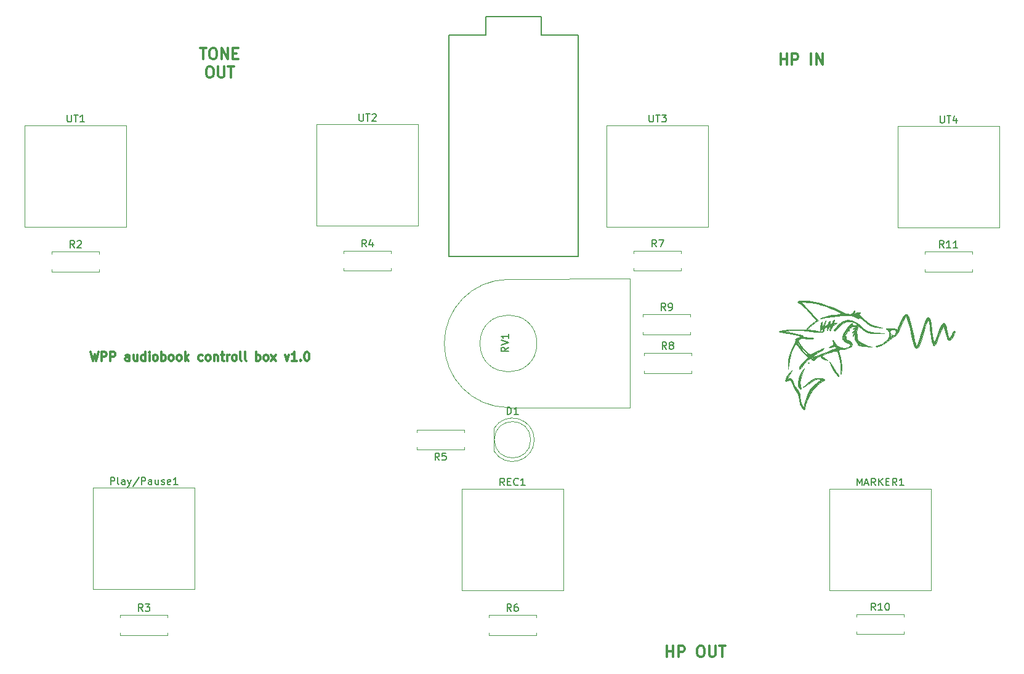
<source format=gbr>
%TF.GenerationSoftware,KiCad,Pcbnew,(5.1.8)-1*%
%TF.CreationDate,2021-10-05T14:24:12+02:00*%
%TF.ProjectId,WPP Control box,57505020-436f-46e7-9472-6f6c20626f78,rev?*%
%TF.SameCoordinates,Original*%
%TF.FileFunction,Legend,Top*%
%TF.FilePolarity,Positive*%
%FSLAX46Y46*%
G04 Gerber Fmt 4.6, Leading zero omitted, Abs format (unit mm)*
G04 Created by KiCad (PCBNEW (5.1.8)-1) date 2021-10-05 14:24:12*
%MOMM*%
%LPD*%
G01*
G04 APERTURE LIST*
%ADD10C,0.300000*%
%ADD11C,0.010000*%
%ADD12C,0.120000*%
%ADD13C,0.150000*%
G04 APERTURE END LIST*
D10*
X63047857Y-74399857D02*
X63333571Y-75599857D01*
X63562142Y-74742714D01*
X63790714Y-75599857D01*
X64076428Y-74399857D01*
X64533571Y-75599857D02*
X64533571Y-74399857D01*
X64990714Y-74399857D01*
X65104999Y-74457000D01*
X65162142Y-74514142D01*
X65219285Y-74628428D01*
X65219285Y-74799857D01*
X65162142Y-74914142D01*
X65104999Y-74971285D01*
X64990714Y-75028428D01*
X64533571Y-75028428D01*
X65733571Y-75599857D02*
X65733571Y-74399857D01*
X66190714Y-74399857D01*
X66304999Y-74457000D01*
X66362142Y-74514142D01*
X66419285Y-74628428D01*
X66419285Y-74799857D01*
X66362142Y-74914142D01*
X66304999Y-74971285D01*
X66190714Y-75028428D01*
X65733571Y-75028428D01*
X68362142Y-75599857D02*
X68362142Y-74971285D01*
X68305000Y-74857000D01*
X68190714Y-74799857D01*
X67962142Y-74799857D01*
X67847857Y-74857000D01*
X68362142Y-75542714D02*
X68247857Y-75599857D01*
X67962142Y-75599857D01*
X67847857Y-75542714D01*
X67790714Y-75428428D01*
X67790714Y-75314142D01*
X67847857Y-75199857D01*
X67962142Y-75142714D01*
X68247857Y-75142714D01*
X68362142Y-75085571D01*
X69447857Y-74799857D02*
X69447857Y-75599857D01*
X68933571Y-74799857D02*
X68933571Y-75428428D01*
X68990714Y-75542714D01*
X69105000Y-75599857D01*
X69276428Y-75599857D01*
X69390714Y-75542714D01*
X69447857Y-75485571D01*
X70533571Y-75599857D02*
X70533571Y-74399857D01*
X70533571Y-75542714D02*
X70419285Y-75599857D01*
X70190714Y-75599857D01*
X70076428Y-75542714D01*
X70019285Y-75485571D01*
X69962142Y-75371285D01*
X69962142Y-75028428D01*
X70019285Y-74914142D01*
X70076428Y-74857000D01*
X70190714Y-74799857D01*
X70419285Y-74799857D01*
X70533571Y-74857000D01*
X71105000Y-75599857D02*
X71105000Y-74799857D01*
X71105000Y-74399857D02*
X71047857Y-74457000D01*
X71105000Y-74514142D01*
X71162142Y-74457000D01*
X71105000Y-74399857D01*
X71105000Y-74514142D01*
X71847857Y-75599857D02*
X71733571Y-75542714D01*
X71676428Y-75485571D01*
X71619285Y-75371285D01*
X71619285Y-75028428D01*
X71676428Y-74914142D01*
X71733571Y-74857000D01*
X71847857Y-74799857D01*
X72019285Y-74799857D01*
X72133571Y-74857000D01*
X72190714Y-74914142D01*
X72247857Y-75028428D01*
X72247857Y-75371285D01*
X72190714Y-75485571D01*
X72133571Y-75542714D01*
X72019285Y-75599857D01*
X71847857Y-75599857D01*
X72762142Y-75599857D02*
X72762142Y-74399857D01*
X72762142Y-74857000D02*
X72876428Y-74799857D01*
X73105000Y-74799857D01*
X73219285Y-74857000D01*
X73276428Y-74914142D01*
X73333571Y-75028428D01*
X73333571Y-75371285D01*
X73276428Y-75485571D01*
X73219285Y-75542714D01*
X73105000Y-75599857D01*
X72876428Y-75599857D01*
X72762142Y-75542714D01*
X74019285Y-75599857D02*
X73905000Y-75542714D01*
X73847857Y-75485571D01*
X73790714Y-75371285D01*
X73790714Y-75028428D01*
X73847857Y-74914142D01*
X73905000Y-74857000D01*
X74019285Y-74799857D01*
X74190714Y-74799857D01*
X74305000Y-74857000D01*
X74362142Y-74914142D01*
X74419285Y-75028428D01*
X74419285Y-75371285D01*
X74362142Y-75485571D01*
X74305000Y-75542714D01*
X74190714Y-75599857D01*
X74019285Y-75599857D01*
X75105000Y-75599857D02*
X74990714Y-75542714D01*
X74933571Y-75485571D01*
X74876428Y-75371285D01*
X74876428Y-75028428D01*
X74933571Y-74914142D01*
X74990714Y-74857000D01*
X75105000Y-74799857D01*
X75276428Y-74799857D01*
X75390714Y-74857000D01*
X75447857Y-74914142D01*
X75505000Y-75028428D01*
X75505000Y-75371285D01*
X75447857Y-75485571D01*
X75390714Y-75542714D01*
X75276428Y-75599857D01*
X75105000Y-75599857D01*
X76019285Y-75599857D02*
X76019285Y-74399857D01*
X76133571Y-75142714D02*
X76476428Y-75599857D01*
X76476428Y-74799857D02*
X76019285Y-75257000D01*
X78419285Y-75542714D02*
X78305000Y-75599857D01*
X78076428Y-75599857D01*
X77962142Y-75542714D01*
X77905000Y-75485571D01*
X77847857Y-75371285D01*
X77847857Y-75028428D01*
X77905000Y-74914142D01*
X77962142Y-74857000D01*
X78076428Y-74799857D01*
X78305000Y-74799857D01*
X78419285Y-74857000D01*
X79105000Y-75599857D02*
X78990714Y-75542714D01*
X78933571Y-75485571D01*
X78876428Y-75371285D01*
X78876428Y-75028428D01*
X78933571Y-74914142D01*
X78990714Y-74857000D01*
X79105000Y-74799857D01*
X79276428Y-74799857D01*
X79390714Y-74857000D01*
X79447857Y-74914142D01*
X79505000Y-75028428D01*
X79505000Y-75371285D01*
X79447857Y-75485571D01*
X79390714Y-75542714D01*
X79276428Y-75599857D01*
X79105000Y-75599857D01*
X80019285Y-74799857D02*
X80019285Y-75599857D01*
X80019285Y-74914142D02*
X80076428Y-74857000D01*
X80190714Y-74799857D01*
X80362142Y-74799857D01*
X80476428Y-74857000D01*
X80533571Y-74971285D01*
X80533571Y-75599857D01*
X80933571Y-74799857D02*
X81390714Y-74799857D01*
X81105000Y-74399857D02*
X81105000Y-75428428D01*
X81162142Y-75542714D01*
X81276428Y-75599857D01*
X81390714Y-75599857D01*
X81790714Y-75599857D02*
X81790714Y-74799857D01*
X81790714Y-75028428D02*
X81847857Y-74914142D01*
X81905000Y-74857000D01*
X82019285Y-74799857D01*
X82133571Y-74799857D01*
X82705000Y-75599857D02*
X82590714Y-75542714D01*
X82533571Y-75485571D01*
X82476428Y-75371285D01*
X82476428Y-75028428D01*
X82533571Y-74914142D01*
X82590714Y-74857000D01*
X82705000Y-74799857D01*
X82876428Y-74799857D01*
X82990714Y-74857000D01*
X83047857Y-74914142D01*
X83105000Y-75028428D01*
X83105000Y-75371285D01*
X83047857Y-75485571D01*
X82990714Y-75542714D01*
X82876428Y-75599857D01*
X82705000Y-75599857D01*
X83790714Y-75599857D02*
X83676428Y-75542714D01*
X83619285Y-75428428D01*
X83619285Y-74399857D01*
X84419285Y-75599857D02*
X84305000Y-75542714D01*
X84247857Y-75428428D01*
X84247857Y-74399857D01*
X85790714Y-75599857D02*
X85790714Y-74399857D01*
X85790714Y-74857000D02*
X85905000Y-74799857D01*
X86133571Y-74799857D01*
X86247857Y-74857000D01*
X86305000Y-74914142D01*
X86362142Y-75028428D01*
X86362142Y-75371285D01*
X86305000Y-75485571D01*
X86247857Y-75542714D01*
X86133571Y-75599857D01*
X85905000Y-75599857D01*
X85790714Y-75542714D01*
X87047857Y-75599857D02*
X86933571Y-75542714D01*
X86876428Y-75485571D01*
X86819285Y-75371285D01*
X86819285Y-75028428D01*
X86876428Y-74914142D01*
X86933571Y-74857000D01*
X87047857Y-74799857D01*
X87219285Y-74799857D01*
X87333571Y-74857000D01*
X87390714Y-74914142D01*
X87447857Y-75028428D01*
X87447857Y-75371285D01*
X87390714Y-75485571D01*
X87333571Y-75542714D01*
X87219285Y-75599857D01*
X87047857Y-75599857D01*
X87847857Y-75599857D02*
X88476428Y-74799857D01*
X87847857Y-74799857D02*
X88476428Y-75599857D01*
X89733571Y-74799857D02*
X90019285Y-75599857D01*
X90305000Y-74799857D01*
X91390714Y-75599857D02*
X90705000Y-75599857D01*
X91047857Y-75599857D02*
X91047857Y-74399857D01*
X90933571Y-74571285D01*
X90819285Y-74685571D01*
X90705000Y-74742714D01*
X91905000Y-75485571D02*
X91962142Y-75542714D01*
X91905000Y-75599857D01*
X91847857Y-75542714D01*
X91905000Y-75485571D01*
X91905000Y-75599857D01*
X92705000Y-74399857D02*
X92819285Y-74399857D01*
X92933571Y-74457000D01*
X92990714Y-74514142D01*
X93047857Y-74628428D01*
X93105000Y-74857000D01*
X93105000Y-75142714D01*
X93047857Y-75371285D01*
X92990714Y-75485571D01*
X92933571Y-75542714D01*
X92819285Y-75599857D01*
X92705000Y-75599857D01*
X92590714Y-75542714D01*
X92533571Y-75485571D01*
X92476428Y-75371285D01*
X92419285Y-75142714D01*
X92419285Y-74857000D01*
X92476428Y-74628428D01*
X92533571Y-74514142D01*
X92590714Y-74457000D01*
X92705000Y-74399857D01*
X142284142Y-116375571D02*
X142284142Y-114875571D01*
X142284142Y-115589857D02*
X143141285Y-115589857D01*
X143141285Y-116375571D02*
X143141285Y-114875571D01*
X143855571Y-116375571D02*
X143855571Y-114875571D01*
X144427000Y-114875571D01*
X144569857Y-114947000D01*
X144641285Y-115018428D01*
X144712714Y-115161285D01*
X144712714Y-115375571D01*
X144641285Y-115518428D01*
X144569857Y-115589857D01*
X144427000Y-115661285D01*
X143855571Y-115661285D01*
X146784142Y-114875571D02*
X147069857Y-114875571D01*
X147212714Y-114947000D01*
X147355571Y-115089857D01*
X147427000Y-115375571D01*
X147427000Y-115875571D01*
X147355571Y-116161285D01*
X147212714Y-116304142D01*
X147069857Y-116375571D01*
X146784142Y-116375571D01*
X146641285Y-116304142D01*
X146498428Y-116161285D01*
X146427000Y-115875571D01*
X146427000Y-115375571D01*
X146498428Y-115089857D01*
X146641285Y-114947000D01*
X146784142Y-114875571D01*
X148069857Y-114875571D02*
X148069857Y-116089857D01*
X148141285Y-116232714D01*
X148212714Y-116304142D01*
X148355571Y-116375571D01*
X148641285Y-116375571D01*
X148784142Y-116304142D01*
X148855571Y-116232714D01*
X148927000Y-116089857D01*
X148927000Y-114875571D01*
X149427000Y-114875571D02*
X150284142Y-114875571D01*
X149855571Y-116375571D02*
X149855571Y-114875571D01*
X78093428Y-32574571D02*
X78950571Y-32574571D01*
X78522000Y-34074571D02*
X78522000Y-32574571D01*
X79736285Y-32574571D02*
X80022000Y-32574571D01*
X80164857Y-32646000D01*
X80307714Y-32788857D01*
X80379142Y-33074571D01*
X80379142Y-33574571D01*
X80307714Y-33860285D01*
X80164857Y-34003142D01*
X80022000Y-34074571D01*
X79736285Y-34074571D01*
X79593428Y-34003142D01*
X79450571Y-33860285D01*
X79379142Y-33574571D01*
X79379142Y-33074571D01*
X79450571Y-32788857D01*
X79593428Y-32646000D01*
X79736285Y-32574571D01*
X81022000Y-34074571D02*
X81022000Y-32574571D01*
X81879142Y-34074571D01*
X81879142Y-32574571D01*
X82593428Y-33288857D02*
X83093428Y-33288857D01*
X83307714Y-34074571D02*
X82593428Y-34074571D01*
X82593428Y-32574571D01*
X83307714Y-32574571D01*
X79272000Y-35124571D02*
X79557714Y-35124571D01*
X79700571Y-35196000D01*
X79843428Y-35338857D01*
X79914857Y-35624571D01*
X79914857Y-36124571D01*
X79843428Y-36410285D01*
X79700571Y-36553142D01*
X79557714Y-36624571D01*
X79272000Y-36624571D01*
X79129142Y-36553142D01*
X78986285Y-36410285D01*
X78914857Y-36124571D01*
X78914857Y-35624571D01*
X78986285Y-35338857D01*
X79129142Y-35196000D01*
X79272000Y-35124571D01*
X80557714Y-35124571D02*
X80557714Y-36338857D01*
X80629142Y-36481714D01*
X80700571Y-36553142D01*
X80843428Y-36624571D01*
X81129142Y-36624571D01*
X81272000Y-36553142D01*
X81343428Y-36481714D01*
X81414857Y-36338857D01*
X81414857Y-35124571D01*
X81914857Y-35124571D02*
X82772000Y-35124571D01*
X82343428Y-36624571D02*
X82343428Y-35124571D01*
X157889142Y-34841571D02*
X157889142Y-33341571D01*
X157889142Y-34055857D02*
X158746285Y-34055857D01*
X158746285Y-34841571D02*
X158746285Y-33341571D01*
X159460571Y-34841571D02*
X159460571Y-33341571D01*
X160032000Y-33341571D01*
X160174857Y-33413000D01*
X160246285Y-33484428D01*
X160317714Y-33627285D01*
X160317714Y-33841571D01*
X160246285Y-33984428D01*
X160174857Y-34055857D01*
X160032000Y-34127285D01*
X159460571Y-34127285D01*
X162103428Y-34841571D02*
X162103428Y-33341571D01*
X162817714Y-34841571D02*
X162817714Y-33341571D01*
X163674857Y-34841571D01*
X163674857Y-33341571D01*
D11*
%TO.C,G\u002A\u002A\u002A*%
G36*
X159470324Y-76877990D02*
G01*
X159444069Y-77010698D01*
X159304118Y-77273613D01*
X159205789Y-77426104D01*
X158967318Y-77806107D01*
X158891789Y-78015704D01*
X158975953Y-78076574D01*
X159112696Y-78047309D01*
X159275987Y-78048695D01*
X159415370Y-78203926D01*
X159572570Y-78559504D01*
X159572799Y-78560102D01*
X159795761Y-79021373D01*
X160081150Y-79462284D01*
X160173038Y-79575753D01*
X160424457Y-79927819D01*
X160548387Y-80314431D01*
X160584697Y-80673651D01*
X160637956Y-81128723D01*
X160733838Y-81524433D01*
X160852539Y-81828289D01*
X160974256Y-82007798D01*
X161079188Y-82030467D01*
X161147530Y-81863805D01*
X161163000Y-81622532D01*
X161217995Y-81319038D01*
X161364726Y-80870569D01*
X161575814Y-80356481D01*
X161668094Y-80158592D01*
X161939347Y-79626026D01*
X162170150Y-79262377D01*
X162413722Y-79000462D01*
X162723277Y-78773098D01*
X162808033Y-78719479D01*
X163198102Y-78443227D01*
X163352928Y-78247155D01*
X163271475Y-78134145D01*
X163028754Y-78105474D01*
X162660648Y-78200853D01*
X162140905Y-78480752D01*
X161483713Y-78937288D01*
X161353500Y-79036395D01*
X161085662Y-79233315D01*
X161001067Y-79268083D01*
X161090493Y-79144301D01*
X161097226Y-79136488D01*
X161592505Y-78657932D01*
X162142494Y-78278801D01*
X162678208Y-78040171D01*
X163042878Y-77978000D01*
X163556251Y-78013153D01*
X163868679Y-78113582D01*
X163957000Y-78245587D01*
X163853433Y-78345162D01*
X163758897Y-78359000D01*
X163573997Y-78441739D01*
X163272971Y-78659568D01*
X162918223Y-78966898D01*
X162888457Y-78994869D01*
X162362657Y-79587495D01*
X161899179Y-80286597D01*
X161543545Y-81011204D01*
X161341281Y-81680347D01*
X161326761Y-81772576D01*
X161242514Y-82186992D01*
X161127524Y-82355960D01*
X160971243Y-82287225D01*
X160846682Y-82125129D01*
X160584257Y-81568861D01*
X160426913Y-80918669D01*
X160401000Y-80570271D01*
X160320509Y-80197925D01*
X160161330Y-79959468D01*
X159983635Y-79730763D01*
X159763432Y-79355006D01*
X159582708Y-78987285D01*
X159403111Y-78602174D01*
X159263290Y-78330066D01*
X159195645Y-78232000D01*
X159054772Y-78272112D01*
X158821767Y-78355856D01*
X158575627Y-78417691D01*
X158496523Y-78337493D01*
X158496000Y-78322411D01*
X158558678Y-78145479D01*
X158718006Y-77857662D01*
X158930927Y-77522795D01*
X159154382Y-77204710D01*
X159345312Y-76967241D01*
X159460659Y-76874222D01*
X159470324Y-76877990D01*
G37*
X159470324Y-76877990D02*
X159444069Y-77010698D01*
X159304118Y-77273613D01*
X159205789Y-77426104D01*
X158967318Y-77806107D01*
X158891789Y-78015704D01*
X158975953Y-78076574D01*
X159112696Y-78047309D01*
X159275987Y-78048695D01*
X159415370Y-78203926D01*
X159572570Y-78559504D01*
X159572799Y-78560102D01*
X159795761Y-79021373D01*
X160081150Y-79462284D01*
X160173038Y-79575753D01*
X160424457Y-79927819D01*
X160548387Y-80314431D01*
X160584697Y-80673651D01*
X160637956Y-81128723D01*
X160733838Y-81524433D01*
X160852539Y-81828289D01*
X160974256Y-82007798D01*
X161079188Y-82030467D01*
X161147530Y-81863805D01*
X161163000Y-81622532D01*
X161217995Y-81319038D01*
X161364726Y-80870569D01*
X161575814Y-80356481D01*
X161668094Y-80158592D01*
X161939347Y-79626026D01*
X162170150Y-79262377D01*
X162413722Y-79000462D01*
X162723277Y-78773098D01*
X162808033Y-78719479D01*
X163198102Y-78443227D01*
X163352928Y-78247155D01*
X163271475Y-78134145D01*
X163028754Y-78105474D01*
X162660648Y-78200853D01*
X162140905Y-78480752D01*
X161483713Y-78937288D01*
X161353500Y-79036395D01*
X161085662Y-79233315D01*
X161001067Y-79268083D01*
X161090493Y-79144301D01*
X161097226Y-79136488D01*
X161592505Y-78657932D01*
X162142494Y-78278801D01*
X162678208Y-78040171D01*
X163042878Y-77978000D01*
X163556251Y-78013153D01*
X163868679Y-78113582D01*
X163957000Y-78245587D01*
X163853433Y-78345162D01*
X163758897Y-78359000D01*
X163573997Y-78441739D01*
X163272971Y-78659568D01*
X162918223Y-78966898D01*
X162888457Y-78994869D01*
X162362657Y-79587495D01*
X161899179Y-80286597D01*
X161543545Y-81011204D01*
X161341281Y-81680347D01*
X161326761Y-81772576D01*
X161242514Y-82186992D01*
X161127524Y-82355960D01*
X160971243Y-82287225D01*
X160846682Y-82125129D01*
X160584257Y-81568861D01*
X160426913Y-80918669D01*
X160401000Y-80570271D01*
X160320509Y-80197925D01*
X160161330Y-79959468D01*
X159983635Y-79730763D01*
X159763432Y-79355006D01*
X159582708Y-78987285D01*
X159403111Y-78602174D01*
X159263290Y-78330066D01*
X159195645Y-78232000D01*
X159054772Y-78272112D01*
X158821767Y-78355856D01*
X158575627Y-78417691D01*
X158496523Y-78337493D01*
X158496000Y-78322411D01*
X158558678Y-78145479D01*
X158718006Y-77857662D01*
X158930927Y-77522795D01*
X159154382Y-77204710D01*
X159345312Y-76967241D01*
X159460659Y-76874222D01*
X159470324Y-76877990D01*
G36*
X161116875Y-76732700D02*
G01*
X161002590Y-77028608D01*
X160976077Y-77088129D01*
X160685763Y-77875790D01*
X160566750Y-78557939D01*
X160624455Y-79101047D01*
X160642542Y-79152750D01*
X160701384Y-79423715D01*
X160619825Y-79493703D01*
X160428208Y-79343206D01*
X160399127Y-79309244D01*
X160304974Y-79033000D01*
X160303500Y-78603453D01*
X160384893Y-78099700D01*
X160539338Y-77600840D01*
X160638045Y-77383435D01*
X160862295Y-76976917D01*
X161028801Y-76722515D01*
X161119636Y-76635889D01*
X161116875Y-76732700D01*
G37*
X161116875Y-76732700D02*
X161002590Y-77028608D01*
X160976077Y-77088129D01*
X160685763Y-77875790D01*
X160566750Y-78557939D01*
X160624455Y-79101047D01*
X160642542Y-79152750D01*
X160701384Y-79423715D01*
X160619825Y-79493703D01*
X160428208Y-79343206D01*
X160399127Y-79309244D01*
X160304974Y-79033000D01*
X160303500Y-78603453D01*
X160384893Y-78099700D01*
X160539338Y-77600840D01*
X160638045Y-77383435D01*
X160862295Y-76976917D01*
X161028801Y-76722515D01*
X161119636Y-76635889D01*
X161116875Y-76732700D01*
G36*
X164724294Y-75797570D02*
G01*
X164880603Y-76037110D01*
X165020926Y-76296267D01*
X165272717Y-76742564D01*
X165551111Y-77163475D01*
X165675754Y-77324895D01*
X165853184Y-77568565D01*
X165902600Y-77709802D01*
X165879752Y-77724000D01*
X165726618Y-77630750D01*
X165506724Y-77398324D01*
X165438469Y-77311250D01*
X165197520Y-76955492D01*
X164964448Y-76555370D01*
X164771768Y-76175104D01*
X164651999Y-75878914D01*
X164637657Y-75731022D01*
X164638101Y-75730564D01*
X164724294Y-75797570D01*
G37*
X164724294Y-75797570D02*
X164880603Y-76037110D01*
X165020926Y-76296267D01*
X165272717Y-76742564D01*
X165551111Y-77163475D01*
X165675754Y-77324895D01*
X165853184Y-77568565D01*
X165902600Y-77709802D01*
X165879752Y-77724000D01*
X165726618Y-77630750D01*
X165506724Y-77398324D01*
X165438469Y-77311250D01*
X165197520Y-76955492D01*
X164964448Y-76555370D01*
X164771768Y-76175104D01*
X164651999Y-75878914D01*
X164637657Y-75731022D01*
X164638101Y-75730564D01*
X164724294Y-75797570D01*
G36*
X165290755Y-70067873D02*
G01*
X165236990Y-70212333D01*
X165178591Y-70376215D01*
X165291601Y-70415798D01*
X165454771Y-70397755D01*
X165651298Y-70376896D01*
X165648834Y-70414622D01*
X165434105Y-70534359D01*
X165354000Y-70575602D01*
X165011255Y-70821554D01*
X164872781Y-71125955D01*
X164869314Y-71152179D01*
X164799593Y-71405701D01*
X164700473Y-71501000D01*
X164630558Y-71391954D01*
X164658989Y-71104111D01*
X164693256Y-70834736D01*
X164625699Y-70783357D01*
X164605580Y-70794106D01*
X164486013Y-70981698D01*
X164465000Y-71119999D01*
X164395631Y-71366302D01*
X164319477Y-71448947D01*
X164229824Y-71442151D01*
X164252557Y-71226537D01*
X164260068Y-71195784D01*
X164302448Y-70961882D01*
X164231185Y-70923284D01*
X164096960Y-70986064D01*
X163877868Y-71213507D01*
X163807119Y-71405471D01*
X163768822Y-71537893D01*
X163674600Y-71626167D01*
X163489402Y-71671954D01*
X163178175Y-71676911D01*
X162705867Y-71642698D01*
X162037427Y-71570975D01*
X161544000Y-71512595D01*
X160603099Y-71432152D01*
X159729681Y-71418756D01*
X159258000Y-71446582D01*
X158305500Y-71540982D01*
X159321500Y-71751836D01*
X160014648Y-71898282D01*
X160493000Y-72007760D01*
X160791223Y-72091098D01*
X160943982Y-72159122D01*
X160985944Y-72222658D01*
X160970198Y-72266723D01*
X161040452Y-72336589D01*
X161326784Y-72379490D01*
X161663504Y-72390000D01*
X162067606Y-72407581D01*
X162346280Y-72453315D01*
X162433000Y-72507206D01*
X162315925Y-72557697D01*
X162000887Y-72575502D01*
X161542165Y-72557768D01*
X161512250Y-72555585D01*
X161020052Y-72527404D01*
X160710795Y-72541126D01*
X160515268Y-72608089D01*
X160364257Y-72739631D01*
X160360017Y-72744331D01*
X160213867Y-72940332D01*
X160208363Y-73121724D01*
X160330641Y-73392738D01*
X160596348Y-73813756D01*
X160944834Y-74246784D01*
X161305817Y-74612221D01*
X161593167Y-74822683D01*
X161642551Y-74807399D01*
X161535379Y-74645151D01*
X161294674Y-74368603D01*
X161209301Y-74278080D01*
X160748518Y-73763491D01*
X160442623Y-73349364D01*
X160306146Y-73057909D01*
X160327210Y-72929456D01*
X160396513Y-72950066D01*
X160400999Y-72992429D01*
X160481606Y-73179346D01*
X160689530Y-73484980D01*
X160973924Y-73847010D01*
X161283943Y-74203115D01*
X161568741Y-74490975D01*
X161729790Y-74621092D01*
X161897715Y-74715387D01*
X162057832Y-74735312D01*
X162271682Y-74664506D01*
X162600803Y-74486610D01*
X162897619Y-74310640D01*
X163307794Y-74078471D01*
X163630393Y-73921041D01*
X163808852Y-73865220D01*
X163824405Y-73870383D01*
X163788386Y-73983293D01*
X163658088Y-74087645D01*
X163012220Y-74495449D01*
X162588407Y-74792622D01*
X162386818Y-74977264D01*
X162407624Y-75047475D01*
X162650996Y-75001358D01*
X163117104Y-74837013D01*
X163608810Y-74636776D01*
X164148193Y-74414836D01*
X164660088Y-74214266D01*
X165055161Y-74069790D01*
X165137540Y-74042579D01*
X165437980Y-73926123D01*
X165526381Y-73817003D01*
X165476952Y-73718623D01*
X165278330Y-73611593D01*
X165018394Y-73666883D01*
X164706577Y-73763352D01*
X164554911Y-73770826D01*
X164593832Y-73701826D01*
X164817757Y-73584344D01*
X165086552Y-73443788D01*
X165157935Y-73309029D01*
X165095271Y-73143163D01*
X165005121Y-72876427D01*
X165007791Y-72732209D01*
X165089760Y-72729189D01*
X165228834Y-72911724D01*
X165267490Y-72982036D01*
X165645971Y-73515065D01*
X166101897Y-73809997D01*
X166629656Y-73863362D01*
X166680831Y-73856143D01*
X167136031Y-73743417D01*
X167414102Y-73594226D01*
X167495518Y-73434318D01*
X167360752Y-73289441D01*
X167163750Y-73219373D01*
X166693403Y-73006532D01*
X166658212Y-72961500D01*
X167005000Y-72961500D01*
X167068500Y-73025000D01*
X167132000Y-72961500D01*
X167068500Y-72898000D01*
X167005000Y-72961500D01*
X166658212Y-72961500D01*
X166459716Y-72707500D01*
X166624000Y-72707500D01*
X166687500Y-72771000D01*
X166751000Y-72707500D01*
X166687500Y-72644000D01*
X166624000Y-72707500D01*
X166459716Y-72707500D01*
X166425962Y-72664308D01*
X166375276Y-72390000D01*
X166497000Y-72390000D01*
X166540330Y-72513698D01*
X166553004Y-72517000D01*
X166661433Y-72428006D01*
X166687500Y-72390000D01*
X166677430Y-72272971D01*
X166631495Y-72263000D01*
X166502168Y-72355190D01*
X166497000Y-72390000D01*
X166375276Y-72390000D01*
X166370000Y-72361448D01*
X166458688Y-71996853D01*
X166550630Y-71818500D01*
X166751000Y-71818500D01*
X166814500Y-71882000D01*
X166878000Y-71818500D01*
X166814500Y-71755000D01*
X166751000Y-71818500D01*
X166550630Y-71818500D01*
X166695605Y-71537276D01*
X167037027Y-71054077D01*
X167436008Y-70621612D01*
X167656195Y-70436866D01*
X167751108Y-70427957D01*
X167767000Y-70526362D01*
X167871657Y-70700678D01*
X168084500Y-70739000D01*
X168353454Y-70698793D01*
X168412658Y-70596894D01*
X168289967Y-70461379D01*
X168013237Y-70320327D01*
X167610324Y-70201817D01*
X167536852Y-70186983D01*
X166960666Y-70202813D01*
X166400271Y-70462205D01*
X165877624Y-70954798D01*
X165857595Y-70979479D01*
X165603001Y-71273265D01*
X165403564Y-71462414D01*
X165332744Y-71501000D01*
X165226447Y-71427324D01*
X165320857Y-71211487D01*
X165611661Y-70861277D01*
X165787302Y-70680013D01*
X166398321Y-70208859D01*
X167027956Y-69987879D01*
X167659760Y-70017109D01*
X168277285Y-70296585D01*
X168724297Y-70673655D01*
X169236741Y-71141610D01*
X169742754Y-71452030D01*
X170325965Y-71642515D01*
X171070004Y-71750666D01*
X171132246Y-71756298D01*
X172148500Y-71845498D01*
X171157943Y-71863749D01*
X170466466Y-71843929D01*
X169929665Y-71734846D01*
X169455167Y-71506258D01*
X168976407Y-71149561D01*
X168598314Y-70833859D01*
X168426993Y-71253719D01*
X168321743Y-71684255D01*
X168378099Y-72155682D01*
X168382621Y-72173718D01*
X168455934Y-72525785D01*
X168480587Y-72780100D01*
X168476600Y-72817678D01*
X168478137Y-72893014D01*
X168496470Y-72867532D01*
X168618660Y-72876566D01*
X168859776Y-73013302D01*
X168951905Y-73079954D01*
X169311585Y-73292742D01*
X169783893Y-73496668D01*
X170053000Y-73585493D01*
X170357104Y-73679055D01*
X170467056Y-73728325D01*
X170370500Y-73724089D01*
X170033956Y-73677451D01*
X169564613Y-73620532D01*
X169206401Y-73580897D01*
X168759896Y-73518232D01*
X168531551Y-73441490D01*
X168485531Y-73337883D01*
X168489739Y-73325129D01*
X168485478Y-73282985D01*
X168656000Y-73282985D01*
X168758925Y-73392141D01*
X168846500Y-73406000D01*
X169015944Y-73378828D01*
X169037000Y-73356087D01*
X168937691Y-73274197D01*
X168846500Y-73233073D01*
X168682967Y-73230433D01*
X168656000Y-73282985D01*
X168485478Y-73282985D01*
X168474347Y-73172920D01*
X168415587Y-73152000D01*
X168290946Y-73049356D01*
X168275000Y-72961500D01*
X168198046Y-72792628D01*
X168132125Y-72771000D01*
X168044879Y-72661548D01*
X168055829Y-72517000D01*
X168148000Y-72517000D01*
X168194467Y-72621535D01*
X168232666Y-72601666D01*
X168247866Y-72450947D01*
X168232666Y-72432333D01*
X168157165Y-72449766D01*
X168148000Y-72517000D01*
X168055829Y-72517000D01*
X168065450Y-72390000D01*
X168084231Y-72121205D01*
X168020147Y-72009061D01*
X168017825Y-72009000D01*
X167900964Y-72108287D01*
X167894000Y-72157166D01*
X167848414Y-72248434D01*
X167820210Y-72231543D01*
X167815037Y-72076842D01*
X167886649Y-71895735D01*
X167964511Y-71708775D01*
X167879143Y-71683994D01*
X167801688Y-71706180D01*
X167705401Y-71706348D01*
X167819607Y-71574547D01*
X167894000Y-71509634D01*
X168072553Y-71335671D01*
X168097731Y-71258651D01*
X168084500Y-71258851D01*
X167854372Y-71264030D01*
X167860295Y-71192890D01*
X168075996Y-71076600D01*
X168448492Y-70917657D01*
X167981024Y-70904406D01*
X167669252Y-70925501D01*
X167589155Y-71009876D01*
X167597612Y-71027160D01*
X167589214Y-71110208D01*
X167479036Y-71085407D01*
X167331033Y-71081637D01*
X167326154Y-71265975D01*
X167315014Y-71454801D01*
X167202979Y-71457943D01*
X167070475Y-71485547D01*
X167063477Y-71605043D01*
X166990921Y-71826519D01*
X166828699Y-71972749D01*
X166684934Y-72087277D01*
X166724817Y-72131499D01*
X166862852Y-72230515D01*
X166868519Y-72294750D01*
X166872557Y-72620682D01*
X167010636Y-72759178D01*
X167112316Y-72771000D01*
X167379450Y-72866844D01*
X167631220Y-73089843D01*
X167763786Y-73343191D01*
X167767000Y-73381322D01*
X167649709Y-73588734D01*
X167335886Y-73782164D01*
X166882604Y-73933484D01*
X166513063Y-73999271D01*
X166110337Y-74058184D01*
X165917410Y-74145494D01*
X165891114Y-74312527D01*
X165988285Y-74610613D01*
X165991601Y-74619342D01*
X166120994Y-75090913D01*
X166218900Y-75692191D01*
X166274997Y-76321090D01*
X166278964Y-76875520D01*
X166247723Y-77152500D01*
X166196434Y-77378129D01*
X166163985Y-77420769D01*
X166144840Y-77258997D01*
X166133461Y-76871388D01*
X166130604Y-76699300D01*
X166094632Y-76140371D01*
X166012252Y-75548425D01*
X165898112Y-74993618D01*
X165766862Y-74546108D01*
X165633149Y-74276051D01*
X165622009Y-74263389D01*
X165468728Y-74256112D01*
X165152987Y-74322172D01*
X164744528Y-74438556D01*
X164313092Y-74582256D01*
X163928423Y-74730261D01*
X163660261Y-74859559D01*
X163576000Y-74938442D01*
X163678137Y-75061770D01*
X163934311Y-75236577D01*
X164052250Y-75302353D01*
X164303724Y-75453578D01*
X164390892Y-75546309D01*
X164363443Y-75559387D01*
X164112581Y-75501728D01*
X163800414Y-75355105D01*
X163534287Y-75177866D01*
X163425325Y-75049476D01*
X163298793Y-74991010D01*
X163070754Y-75047917D01*
X162837901Y-75176720D01*
X162696928Y-75333944D01*
X162687000Y-75381450D01*
X162579752Y-75494012D01*
X162381686Y-75519815D01*
X162172232Y-75473402D01*
X162135181Y-75406250D01*
X162120802Y-75318167D01*
X161955123Y-75327312D01*
X161715622Y-75420564D01*
X161585686Y-75499296D01*
X161361612Y-75712780D01*
X161085978Y-76050215D01*
X160933266Y-76266706D01*
X160710542Y-76561213D01*
X160536903Y-76715294D01*
X160467307Y-76712543D01*
X160482833Y-76512952D01*
X160666551Y-76195236D01*
X160989875Y-75801872D01*
X161274352Y-75513362D01*
X161662914Y-75144224D01*
X161646490Y-75126666D01*
X162104804Y-75126666D01*
X162116399Y-75185454D01*
X162252233Y-75290733D01*
X162397801Y-75308400D01*
X162433000Y-75261087D01*
X162333380Y-75179522D01*
X162235903Y-75135542D01*
X162104804Y-75126666D01*
X161646490Y-75126666D01*
X160904957Y-74333965D01*
X160563873Y-73956173D01*
X160302413Y-73641500D01*
X160160947Y-73439616D01*
X160147000Y-73401353D01*
X160049303Y-73283589D01*
X160013011Y-73279000D01*
X159853068Y-73396978D01*
X159671008Y-73720184D01*
X159481514Y-74202527D01*
X159299270Y-74797915D01*
X159138961Y-75460257D01*
X159015270Y-76143461D01*
X158961061Y-76581000D01*
X158934772Y-76777076D01*
X158915110Y-76736197D01*
X158899494Y-76450439D01*
X158897324Y-76385432D01*
X158967144Y-75511985D01*
X159214196Y-74554552D01*
X159618063Y-73588679D01*
X159691624Y-73446388D01*
X159880135Y-73071197D01*
X159988300Y-72814198D01*
X159996189Y-72723791D01*
X159987638Y-72727500D01*
X159906719Y-72708245D01*
X159918793Y-72629927D01*
X160077898Y-72483679D01*
X160261235Y-72438683D01*
X160543421Y-72374724D01*
X160669306Y-72299493D01*
X160613654Y-72220719D01*
X160312121Y-72125292D01*
X159772134Y-72015254D01*
X159422590Y-71956596D01*
X158836765Y-71860308D01*
X158325089Y-71770862D01*
X157951635Y-71699767D01*
X157799585Y-71665063D01*
X157634274Y-71603457D01*
X157690333Y-71542707D01*
X157842686Y-71482920D01*
X158306722Y-71375391D01*
X158966068Y-71309626D01*
X159765661Y-71284626D01*
X160650435Y-71299395D01*
X161565328Y-71352933D01*
X162455274Y-71444244D01*
X163265209Y-71572330D01*
X163314618Y-71582073D01*
X163584399Y-71613329D01*
X163686722Y-71526331D01*
X163698960Y-71358125D01*
X163684471Y-71148559D01*
X163612689Y-71171043D01*
X163508460Y-71303023D01*
X163369063Y-71472409D01*
X163325410Y-71433133D01*
X163322000Y-71287148D01*
X163348275Y-70936984D01*
X163413372Y-70585983D01*
X163496700Y-70321882D01*
X163569879Y-70231000D01*
X163619078Y-70341133D01*
X163620002Y-70609698D01*
X163616825Y-70643749D01*
X163574641Y-71056500D01*
X164082725Y-70040500D01*
X164007315Y-70464433D01*
X163969481Y-70742353D01*
X164018531Y-70821442D01*
X164188122Y-70751230D01*
X164198452Y-70745714D01*
X164406853Y-70566636D01*
X164465000Y-70424526D01*
X164557636Y-70201465D01*
X164612005Y-70155135D01*
X164708080Y-70159295D01*
X164687395Y-70338140D01*
X164674046Y-70561826D01*
X164767255Y-70594771D01*
X164914659Y-70444375D01*
X164996108Y-70294499D01*
X165138246Y-70061312D01*
X165251853Y-69976999D01*
X165290755Y-70067873D01*
G37*
X165290755Y-70067873D02*
X165236990Y-70212333D01*
X165178591Y-70376215D01*
X165291601Y-70415798D01*
X165454771Y-70397755D01*
X165651298Y-70376896D01*
X165648834Y-70414622D01*
X165434105Y-70534359D01*
X165354000Y-70575602D01*
X165011255Y-70821554D01*
X164872781Y-71125955D01*
X164869314Y-71152179D01*
X164799593Y-71405701D01*
X164700473Y-71501000D01*
X164630558Y-71391954D01*
X164658989Y-71104111D01*
X164693256Y-70834736D01*
X164625699Y-70783357D01*
X164605580Y-70794106D01*
X164486013Y-70981698D01*
X164465000Y-71119999D01*
X164395631Y-71366302D01*
X164319477Y-71448947D01*
X164229824Y-71442151D01*
X164252557Y-71226537D01*
X164260068Y-71195784D01*
X164302448Y-70961882D01*
X164231185Y-70923284D01*
X164096960Y-70986064D01*
X163877868Y-71213507D01*
X163807119Y-71405471D01*
X163768822Y-71537893D01*
X163674600Y-71626167D01*
X163489402Y-71671954D01*
X163178175Y-71676911D01*
X162705867Y-71642698D01*
X162037427Y-71570975D01*
X161544000Y-71512595D01*
X160603099Y-71432152D01*
X159729681Y-71418756D01*
X159258000Y-71446582D01*
X158305500Y-71540982D01*
X159321500Y-71751836D01*
X160014648Y-71898282D01*
X160493000Y-72007760D01*
X160791223Y-72091098D01*
X160943982Y-72159122D01*
X160985944Y-72222658D01*
X160970198Y-72266723D01*
X161040452Y-72336589D01*
X161326784Y-72379490D01*
X161663504Y-72390000D01*
X162067606Y-72407581D01*
X162346280Y-72453315D01*
X162433000Y-72507206D01*
X162315925Y-72557697D01*
X162000887Y-72575502D01*
X161542165Y-72557768D01*
X161512250Y-72555585D01*
X161020052Y-72527404D01*
X160710795Y-72541126D01*
X160515268Y-72608089D01*
X160364257Y-72739631D01*
X160360017Y-72744331D01*
X160213867Y-72940332D01*
X160208363Y-73121724D01*
X160330641Y-73392738D01*
X160596348Y-73813756D01*
X160944834Y-74246784D01*
X161305817Y-74612221D01*
X161593167Y-74822683D01*
X161642551Y-74807399D01*
X161535379Y-74645151D01*
X161294674Y-74368603D01*
X161209301Y-74278080D01*
X160748518Y-73763491D01*
X160442623Y-73349364D01*
X160306146Y-73057909D01*
X160327210Y-72929456D01*
X160396513Y-72950066D01*
X160400999Y-72992429D01*
X160481606Y-73179346D01*
X160689530Y-73484980D01*
X160973924Y-73847010D01*
X161283943Y-74203115D01*
X161568741Y-74490975D01*
X161729790Y-74621092D01*
X161897715Y-74715387D01*
X162057832Y-74735312D01*
X162271682Y-74664506D01*
X162600803Y-74486610D01*
X162897619Y-74310640D01*
X163307794Y-74078471D01*
X163630393Y-73921041D01*
X163808852Y-73865220D01*
X163824405Y-73870383D01*
X163788386Y-73983293D01*
X163658088Y-74087645D01*
X163012220Y-74495449D01*
X162588407Y-74792622D01*
X162386818Y-74977264D01*
X162407624Y-75047475D01*
X162650996Y-75001358D01*
X163117104Y-74837013D01*
X163608810Y-74636776D01*
X164148193Y-74414836D01*
X164660088Y-74214266D01*
X165055161Y-74069790D01*
X165137540Y-74042579D01*
X165437980Y-73926123D01*
X165526381Y-73817003D01*
X165476952Y-73718623D01*
X165278330Y-73611593D01*
X165018394Y-73666883D01*
X164706577Y-73763352D01*
X164554911Y-73770826D01*
X164593832Y-73701826D01*
X164817757Y-73584344D01*
X165086552Y-73443788D01*
X165157935Y-73309029D01*
X165095271Y-73143163D01*
X165005121Y-72876427D01*
X165007791Y-72732209D01*
X165089760Y-72729189D01*
X165228834Y-72911724D01*
X165267490Y-72982036D01*
X165645971Y-73515065D01*
X166101897Y-73809997D01*
X166629656Y-73863362D01*
X166680831Y-73856143D01*
X167136031Y-73743417D01*
X167414102Y-73594226D01*
X167495518Y-73434318D01*
X167360752Y-73289441D01*
X167163750Y-73219373D01*
X166693403Y-73006532D01*
X166658212Y-72961500D01*
X167005000Y-72961500D01*
X167068500Y-73025000D01*
X167132000Y-72961500D01*
X167068500Y-72898000D01*
X167005000Y-72961500D01*
X166658212Y-72961500D01*
X166459716Y-72707500D01*
X166624000Y-72707500D01*
X166687500Y-72771000D01*
X166751000Y-72707500D01*
X166687500Y-72644000D01*
X166624000Y-72707500D01*
X166459716Y-72707500D01*
X166425962Y-72664308D01*
X166375276Y-72390000D01*
X166497000Y-72390000D01*
X166540330Y-72513698D01*
X166553004Y-72517000D01*
X166661433Y-72428006D01*
X166687500Y-72390000D01*
X166677430Y-72272971D01*
X166631495Y-72263000D01*
X166502168Y-72355190D01*
X166497000Y-72390000D01*
X166375276Y-72390000D01*
X166370000Y-72361448D01*
X166458688Y-71996853D01*
X166550630Y-71818500D01*
X166751000Y-71818500D01*
X166814500Y-71882000D01*
X166878000Y-71818500D01*
X166814500Y-71755000D01*
X166751000Y-71818500D01*
X166550630Y-71818500D01*
X166695605Y-71537276D01*
X167037027Y-71054077D01*
X167436008Y-70621612D01*
X167656195Y-70436866D01*
X167751108Y-70427957D01*
X167767000Y-70526362D01*
X167871657Y-70700678D01*
X168084500Y-70739000D01*
X168353454Y-70698793D01*
X168412658Y-70596894D01*
X168289967Y-70461379D01*
X168013237Y-70320327D01*
X167610324Y-70201817D01*
X167536852Y-70186983D01*
X166960666Y-70202813D01*
X166400271Y-70462205D01*
X165877624Y-70954798D01*
X165857595Y-70979479D01*
X165603001Y-71273265D01*
X165403564Y-71462414D01*
X165332744Y-71501000D01*
X165226447Y-71427324D01*
X165320857Y-71211487D01*
X165611661Y-70861277D01*
X165787302Y-70680013D01*
X166398321Y-70208859D01*
X167027956Y-69987879D01*
X167659760Y-70017109D01*
X168277285Y-70296585D01*
X168724297Y-70673655D01*
X169236741Y-71141610D01*
X169742754Y-71452030D01*
X170325965Y-71642515D01*
X171070004Y-71750666D01*
X171132246Y-71756298D01*
X172148500Y-71845498D01*
X171157943Y-71863749D01*
X170466466Y-71843929D01*
X169929665Y-71734846D01*
X169455167Y-71506258D01*
X168976407Y-71149561D01*
X168598314Y-70833859D01*
X168426993Y-71253719D01*
X168321743Y-71684255D01*
X168378099Y-72155682D01*
X168382621Y-72173718D01*
X168455934Y-72525785D01*
X168480587Y-72780100D01*
X168476600Y-72817678D01*
X168478137Y-72893014D01*
X168496470Y-72867532D01*
X168618660Y-72876566D01*
X168859776Y-73013302D01*
X168951905Y-73079954D01*
X169311585Y-73292742D01*
X169783893Y-73496668D01*
X170053000Y-73585493D01*
X170357104Y-73679055D01*
X170467056Y-73728325D01*
X170370500Y-73724089D01*
X170033956Y-73677451D01*
X169564613Y-73620532D01*
X169206401Y-73580897D01*
X168759896Y-73518232D01*
X168531551Y-73441490D01*
X168485531Y-73337883D01*
X168489739Y-73325129D01*
X168485478Y-73282985D01*
X168656000Y-73282985D01*
X168758925Y-73392141D01*
X168846500Y-73406000D01*
X169015944Y-73378828D01*
X169037000Y-73356087D01*
X168937691Y-73274197D01*
X168846500Y-73233073D01*
X168682967Y-73230433D01*
X168656000Y-73282985D01*
X168485478Y-73282985D01*
X168474347Y-73172920D01*
X168415587Y-73152000D01*
X168290946Y-73049356D01*
X168275000Y-72961500D01*
X168198046Y-72792628D01*
X168132125Y-72771000D01*
X168044879Y-72661548D01*
X168055829Y-72517000D01*
X168148000Y-72517000D01*
X168194467Y-72621535D01*
X168232666Y-72601666D01*
X168247866Y-72450947D01*
X168232666Y-72432333D01*
X168157165Y-72449766D01*
X168148000Y-72517000D01*
X168055829Y-72517000D01*
X168065450Y-72390000D01*
X168084231Y-72121205D01*
X168020147Y-72009061D01*
X168017825Y-72009000D01*
X167900964Y-72108287D01*
X167894000Y-72157166D01*
X167848414Y-72248434D01*
X167820210Y-72231543D01*
X167815037Y-72076842D01*
X167886649Y-71895735D01*
X167964511Y-71708775D01*
X167879143Y-71683994D01*
X167801688Y-71706180D01*
X167705401Y-71706348D01*
X167819607Y-71574547D01*
X167894000Y-71509634D01*
X168072553Y-71335671D01*
X168097731Y-71258651D01*
X168084500Y-71258851D01*
X167854372Y-71264030D01*
X167860295Y-71192890D01*
X168075996Y-71076600D01*
X168448492Y-70917657D01*
X167981024Y-70904406D01*
X167669252Y-70925501D01*
X167589155Y-71009876D01*
X167597612Y-71027160D01*
X167589214Y-71110208D01*
X167479036Y-71085407D01*
X167331033Y-71081637D01*
X167326154Y-71265975D01*
X167315014Y-71454801D01*
X167202979Y-71457943D01*
X167070475Y-71485547D01*
X167063477Y-71605043D01*
X166990921Y-71826519D01*
X166828699Y-71972749D01*
X166684934Y-72087277D01*
X166724817Y-72131499D01*
X166862852Y-72230515D01*
X166868519Y-72294750D01*
X166872557Y-72620682D01*
X167010636Y-72759178D01*
X167112316Y-72771000D01*
X167379450Y-72866844D01*
X167631220Y-73089843D01*
X167763786Y-73343191D01*
X167767000Y-73381322D01*
X167649709Y-73588734D01*
X167335886Y-73782164D01*
X166882604Y-73933484D01*
X166513063Y-73999271D01*
X166110337Y-74058184D01*
X165917410Y-74145494D01*
X165891114Y-74312527D01*
X165988285Y-74610613D01*
X165991601Y-74619342D01*
X166120994Y-75090913D01*
X166218900Y-75692191D01*
X166274997Y-76321090D01*
X166278964Y-76875520D01*
X166247723Y-77152500D01*
X166196434Y-77378129D01*
X166163985Y-77420769D01*
X166144840Y-77258997D01*
X166133461Y-76871388D01*
X166130604Y-76699300D01*
X166094632Y-76140371D01*
X166012252Y-75548425D01*
X165898112Y-74993618D01*
X165766862Y-74546108D01*
X165633149Y-74276051D01*
X165622009Y-74263389D01*
X165468728Y-74256112D01*
X165152987Y-74322172D01*
X164744528Y-74438556D01*
X164313092Y-74582256D01*
X163928423Y-74730261D01*
X163660261Y-74859559D01*
X163576000Y-74938442D01*
X163678137Y-75061770D01*
X163934311Y-75236577D01*
X164052250Y-75302353D01*
X164303724Y-75453578D01*
X164390892Y-75546309D01*
X164363443Y-75559387D01*
X164112581Y-75501728D01*
X163800414Y-75355105D01*
X163534287Y-75177866D01*
X163425325Y-75049476D01*
X163298793Y-74991010D01*
X163070754Y-75047917D01*
X162837901Y-75176720D01*
X162696928Y-75333944D01*
X162687000Y-75381450D01*
X162579752Y-75494012D01*
X162381686Y-75519815D01*
X162172232Y-75473402D01*
X162135181Y-75406250D01*
X162120802Y-75318167D01*
X161955123Y-75327312D01*
X161715622Y-75420564D01*
X161585686Y-75499296D01*
X161361612Y-75712780D01*
X161085978Y-76050215D01*
X160933266Y-76266706D01*
X160710542Y-76561213D01*
X160536903Y-76715294D01*
X160467307Y-76712543D01*
X160482833Y-76512952D01*
X160666551Y-76195236D01*
X160989875Y-75801872D01*
X161274352Y-75513362D01*
X161662914Y-75144224D01*
X161646490Y-75126666D01*
X162104804Y-75126666D01*
X162116399Y-75185454D01*
X162252233Y-75290733D01*
X162397801Y-75308400D01*
X162433000Y-75261087D01*
X162333380Y-75179522D01*
X162235903Y-75135542D01*
X162104804Y-75126666D01*
X161646490Y-75126666D01*
X160904957Y-74333965D01*
X160563873Y-73956173D01*
X160302413Y-73641500D01*
X160160947Y-73439616D01*
X160147000Y-73401353D01*
X160049303Y-73283589D01*
X160013011Y-73279000D01*
X159853068Y-73396978D01*
X159671008Y-73720184D01*
X159481514Y-74202527D01*
X159299270Y-74797915D01*
X159138961Y-75460257D01*
X159015270Y-76143461D01*
X158961061Y-76581000D01*
X158934772Y-76777076D01*
X158915110Y-76736197D01*
X158899494Y-76450439D01*
X158897324Y-76385432D01*
X158967144Y-75511985D01*
X159214196Y-74554552D01*
X159618063Y-73588679D01*
X159691624Y-73446388D01*
X159880135Y-73071197D01*
X159988300Y-72814198D01*
X159996189Y-72723791D01*
X159987638Y-72727500D01*
X159906719Y-72708245D01*
X159918793Y-72629927D01*
X160077898Y-72483679D01*
X160261235Y-72438683D01*
X160543421Y-72374724D01*
X160669306Y-72299493D01*
X160613654Y-72220719D01*
X160312121Y-72125292D01*
X159772134Y-72015254D01*
X159422590Y-71956596D01*
X158836765Y-71860308D01*
X158325089Y-71770862D01*
X157951635Y-71699767D01*
X157799585Y-71665063D01*
X157634274Y-71603457D01*
X157690333Y-71542707D01*
X157842686Y-71482920D01*
X158306722Y-71375391D01*
X158966068Y-71309626D01*
X159765661Y-71284626D01*
X160650435Y-71299395D01*
X161565328Y-71352933D01*
X162455274Y-71444244D01*
X163265209Y-71572330D01*
X163314618Y-71582073D01*
X163584399Y-71613329D01*
X163686722Y-71526331D01*
X163698960Y-71358125D01*
X163684471Y-71148559D01*
X163612689Y-71171043D01*
X163508460Y-71303023D01*
X163369063Y-71472409D01*
X163325410Y-71433133D01*
X163322000Y-71287148D01*
X163348275Y-70936984D01*
X163413372Y-70585983D01*
X163496700Y-70321882D01*
X163569879Y-70231000D01*
X163619078Y-70341133D01*
X163620002Y-70609698D01*
X163616825Y-70643749D01*
X163574641Y-71056500D01*
X164082725Y-70040500D01*
X164007315Y-70464433D01*
X163969481Y-70742353D01*
X164018531Y-70821442D01*
X164188122Y-70751230D01*
X164198452Y-70745714D01*
X164406853Y-70566636D01*
X164465000Y-70424526D01*
X164557636Y-70201465D01*
X164612005Y-70155135D01*
X164708080Y-70159295D01*
X164687395Y-70338140D01*
X164674046Y-70561826D01*
X164767255Y-70594771D01*
X164914659Y-70444375D01*
X164996108Y-70294499D01*
X165138246Y-70061312D01*
X165251853Y-69976999D01*
X165290755Y-70067873D01*
G36*
X161798000Y-75882500D02*
G01*
X161734500Y-75946000D01*
X161671000Y-75882500D01*
X161734500Y-75819000D01*
X161798000Y-75882500D01*
G37*
X161798000Y-75882500D02*
X161734500Y-75946000D01*
X161671000Y-75882500D01*
X161734500Y-75819000D01*
X161798000Y-75882500D01*
G36*
X175247877Y-69244285D02*
G01*
X175369972Y-69352944D01*
X175487531Y-69572183D01*
X175612474Y-69933209D01*
X175756720Y-70467227D01*
X175932186Y-71205443D01*
X176023731Y-71609121D01*
X176171688Y-72246902D01*
X176309866Y-72805339D01*
X176424734Y-73232271D01*
X176502759Y-73475535D01*
X176514442Y-73500689D01*
X176595276Y-73521282D01*
X176710914Y-73343052D01*
X176865932Y-72954214D01*
X177064909Y-72342980D01*
X177312423Y-71497563D01*
X177365032Y-71310500D01*
X177524370Y-70806051D01*
X177706808Y-70321363D01*
X177818683Y-70072249D01*
X178021699Y-69734449D01*
X178193029Y-69602656D01*
X178339043Y-69686359D01*
X178466111Y-69995049D01*
X178580604Y-70538217D01*
X178688891Y-71325353D01*
X178695012Y-71377799D01*
X178785196Y-72124329D01*
X178863059Y-72627064D01*
X178942310Y-72894873D01*
X179036659Y-72936624D01*
X179159815Y-72761184D01*
X179325487Y-72377421D01*
X179506685Y-71902833D01*
X179798329Y-71168309D01*
X180037004Y-70674868D01*
X180232428Y-70417451D01*
X180394318Y-70390997D01*
X180532390Y-70590445D01*
X180656363Y-71010737D01*
X180711107Y-71275657D01*
X180839594Y-71913287D01*
X180946476Y-72315780D01*
X181047330Y-72499259D01*
X181157733Y-72479850D01*
X181293261Y-72273679D01*
X181419500Y-72009000D01*
X181580907Y-71700484D01*
X181718327Y-71520215D01*
X181756288Y-71501000D01*
X181844709Y-71535542D01*
X181838271Y-71670157D01*
X181726710Y-71951327D01*
X181595325Y-72229813D01*
X181396447Y-72579961D01*
X181216400Y-72733095D01*
X181055575Y-72746160D01*
X180889075Y-72675313D01*
X180765542Y-72481946D01*
X180654237Y-72110008D01*
X180616486Y-71945500D01*
X180480584Y-71352847D01*
X180373720Y-71003433D01*
X180273471Y-70891765D01*
X180157420Y-71012347D01*
X180003144Y-71359687D01*
X179851705Y-71758093D01*
X179546639Y-72543442D01*
X179297622Y-73096047D01*
X179095115Y-73412923D01*
X178929575Y-73491085D01*
X178791462Y-73327546D01*
X178671235Y-72919322D01*
X178559353Y-72263427D01*
X178446276Y-71356875D01*
X178441766Y-71316902D01*
X178375561Y-70777411D01*
X178311322Y-70338624D01*
X178258026Y-70057828D01*
X178233413Y-69987080D01*
X178154119Y-69981075D01*
X178054725Y-70124500D01*
X177925237Y-70441790D01*
X177755659Y-70957380D01*
X177539475Y-71683683D01*
X177359757Y-72290267D01*
X177187419Y-72846443D01*
X177044313Y-73283076D01*
X176964993Y-73501250D01*
X176768768Y-73812313D01*
X176546629Y-73904386D01*
X176339469Y-73765864D01*
X176293694Y-73691750D01*
X176217829Y-73477297D01*
X176108839Y-73078926D01*
X175983747Y-72561714D01*
X175903339Y-72199500D01*
X175676108Y-71183556D01*
X175479346Y-70397657D01*
X175314708Y-69847486D01*
X175183847Y-69538726D01*
X175109123Y-69469000D01*
X174996606Y-69575679D01*
X174836091Y-69848913D01*
X174731286Y-70072250D01*
X174403129Y-70826896D01*
X174157000Y-71377070D01*
X173977610Y-71752918D01*
X173849673Y-71984586D01*
X173757899Y-72102220D01*
X173687003Y-72135967D01*
X173684725Y-72136000D01*
X173522719Y-72214540D01*
X173235714Y-72420495D01*
X172885692Y-72709367D01*
X172883939Y-72710900D01*
X172221417Y-73216331D01*
X171611514Y-73535636D01*
X171087821Y-73651669D01*
X171041329Y-73651428D01*
X170985608Y-73619540D01*
X171142672Y-73546025D01*
X171381940Y-73473657D01*
X171874699Y-73267325D01*
X172320365Y-72951707D01*
X172659849Y-72582023D01*
X172834063Y-72213493D01*
X172845265Y-72106115D01*
X172778981Y-71591500D01*
X172753020Y-71549301D01*
X172941878Y-71549301D01*
X172950465Y-71862989D01*
X172953044Y-71890502D01*
X173005114Y-72187572D01*
X173077748Y-72326798D01*
X173102349Y-72325666D01*
X173173435Y-72163203D01*
X173170804Y-72040623D01*
X173166309Y-71926654D01*
X173192039Y-71977250D01*
X173259915Y-72112959D01*
X173390253Y-72111399D01*
X173535112Y-72058912D01*
X173677416Y-71895538D01*
X173737333Y-71629201D01*
X173695917Y-71391603D01*
X173640026Y-71329675D01*
X173453784Y-71306095D01*
X173224798Y-71331389D01*
X173020160Y-71399183D01*
X172941878Y-71549301D01*
X172753020Y-71549301D01*
X172591126Y-71286154D01*
X172421304Y-71207931D01*
X172390037Y-71178394D01*
X172572984Y-71152860D01*
X172916850Y-71137295D01*
X173388279Y-71152541D01*
X173726059Y-71214302D01*
X173837600Y-71272400D01*
X173963091Y-71358806D01*
X173990000Y-71264076D01*
X174040620Y-71079596D01*
X174175062Y-70732323D01*
X174367198Y-70288433D01*
X174426236Y-70159176D01*
X174679532Y-69650509D01*
X174879060Y-69349992D01*
X175049102Y-69224063D01*
X175109328Y-69215000D01*
X175247877Y-69244285D01*
G37*
X175247877Y-69244285D02*
X175369972Y-69352944D01*
X175487531Y-69572183D01*
X175612474Y-69933209D01*
X175756720Y-70467227D01*
X175932186Y-71205443D01*
X176023731Y-71609121D01*
X176171688Y-72246902D01*
X176309866Y-72805339D01*
X176424734Y-73232271D01*
X176502759Y-73475535D01*
X176514442Y-73500689D01*
X176595276Y-73521282D01*
X176710914Y-73343052D01*
X176865932Y-72954214D01*
X177064909Y-72342980D01*
X177312423Y-71497563D01*
X177365032Y-71310500D01*
X177524370Y-70806051D01*
X177706808Y-70321363D01*
X177818683Y-70072249D01*
X178021699Y-69734449D01*
X178193029Y-69602656D01*
X178339043Y-69686359D01*
X178466111Y-69995049D01*
X178580604Y-70538217D01*
X178688891Y-71325353D01*
X178695012Y-71377799D01*
X178785196Y-72124329D01*
X178863059Y-72627064D01*
X178942310Y-72894873D01*
X179036659Y-72936624D01*
X179159815Y-72761184D01*
X179325487Y-72377421D01*
X179506685Y-71902833D01*
X179798329Y-71168309D01*
X180037004Y-70674868D01*
X180232428Y-70417451D01*
X180394318Y-70390997D01*
X180532390Y-70590445D01*
X180656363Y-71010737D01*
X180711107Y-71275657D01*
X180839594Y-71913287D01*
X180946476Y-72315780D01*
X181047330Y-72499259D01*
X181157733Y-72479850D01*
X181293261Y-72273679D01*
X181419500Y-72009000D01*
X181580907Y-71700484D01*
X181718327Y-71520215D01*
X181756288Y-71501000D01*
X181844709Y-71535542D01*
X181838271Y-71670157D01*
X181726710Y-71951327D01*
X181595325Y-72229813D01*
X181396447Y-72579961D01*
X181216400Y-72733095D01*
X181055575Y-72746160D01*
X180889075Y-72675313D01*
X180765542Y-72481946D01*
X180654237Y-72110008D01*
X180616486Y-71945500D01*
X180480584Y-71352847D01*
X180373720Y-71003433D01*
X180273471Y-70891765D01*
X180157420Y-71012347D01*
X180003144Y-71359687D01*
X179851705Y-71758093D01*
X179546639Y-72543442D01*
X179297622Y-73096047D01*
X179095115Y-73412923D01*
X178929575Y-73491085D01*
X178791462Y-73327546D01*
X178671235Y-72919322D01*
X178559353Y-72263427D01*
X178446276Y-71356875D01*
X178441766Y-71316902D01*
X178375561Y-70777411D01*
X178311322Y-70338624D01*
X178258026Y-70057828D01*
X178233413Y-69987080D01*
X178154119Y-69981075D01*
X178054725Y-70124500D01*
X177925237Y-70441790D01*
X177755659Y-70957380D01*
X177539475Y-71683683D01*
X177359757Y-72290267D01*
X177187419Y-72846443D01*
X177044313Y-73283076D01*
X176964993Y-73501250D01*
X176768768Y-73812313D01*
X176546629Y-73904386D01*
X176339469Y-73765864D01*
X176293694Y-73691750D01*
X176217829Y-73477297D01*
X176108839Y-73078926D01*
X175983747Y-72561714D01*
X175903339Y-72199500D01*
X175676108Y-71183556D01*
X175479346Y-70397657D01*
X175314708Y-69847486D01*
X175183847Y-69538726D01*
X175109123Y-69469000D01*
X174996606Y-69575679D01*
X174836091Y-69848913D01*
X174731286Y-70072250D01*
X174403129Y-70826896D01*
X174157000Y-71377070D01*
X173977610Y-71752918D01*
X173849673Y-71984586D01*
X173757899Y-72102220D01*
X173687003Y-72135967D01*
X173684725Y-72136000D01*
X173522719Y-72214540D01*
X173235714Y-72420495D01*
X172885692Y-72709367D01*
X172883939Y-72710900D01*
X172221417Y-73216331D01*
X171611514Y-73535636D01*
X171087821Y-73651669D01*
X171041329Y-73651428D01*
X170985608Y-73619540D01*
X171142672Y-73546025D01*
X171381940Y-73473657D01*
X171874699Y-73267325D01*
X172320365Y-72951707D01*
X172659849Y-72582023D01*
X172834063Y-72213493D01*
X172845265Y-72106115D01*
X172778981Y-71591500D01*
X172753020Y-71549301D01*
X172941878Y-71549301D01*
X172950465Y-71862989D01*
X172953044Y-71890502D01*
X173005114Y-72187572D01*
X173077748Y-72326798D01*
X173102349Y-72325666D01*
X173173435Y-72163203D01*
X173170804Y-72040623D01*
X173166309Y-71926654D01*
X173192039Y-71977250D01*
X173259915Y-72112959D01*
X173390253Y-72111399D01*
X173535112Y-72058912D01*
X173677416Y-71895538D01*
X173737333Y-71629201D01*
X173695917Y-71391603D01*
X173640026Y-71329675D01*
X173453784Y-71306095D01*
X173224798Y-71331389D01*
X173020160Y-71399183D01*
X172941878Y-71549301D01*
X172753020Y-71549301D01*
X172591126Y-71286154D01*
X172421304Y-71207931D01*
X172390037Y-71178394D01*
X172572984Y-71152860D01*
X172916850Y-71137295D01*
X173388279Y-71152541D01*
X173726059Y-71214302D01*
X173837600Y-71272400D01*
X173963091Y-71358806D01*
X173990000Y-71264076D01*
X174040620Y-71079596D01*
X174175062Y-70732323D01*
X174367198Y-70288433D01*
X174426236Y-70159176D01*
X174679532Y-69650509D01*
X174879060Y-69349992D01*
X175049102Y-69224063D01*
X175109328Y-69215000D01*
X175247877Y-69244285D01*
G36*
X161750630Y-67362855D02*
G01*
X162559699Y-67505971D01*
X163433087Y-67721222D01*
X164303571Y-67988536D01*
X165103929Y-68287842D01*
X165766936Y-68599067D01*
X166121629Y-68819345D01*
X166442974Y-68979276D01*
X166881272Y-69108545D01*
X167081586Y-69144566D01*
X167462725Y-69187023D01*
X167675602Y-69160431D01*
X167802560Y-69037138D01*
X167886358Y-68874326D01*
X168019043Y-68664999D01*
X168108385Y-68668083D01*
X168113157Y-68679520D01*
X168088566Y-68900927D01*
X168001256Y-69049562D01*
X167901227Y-69187642D01*
X167979294Y-69174836D01*
X168107900Y-69108792D01*
X168453170Y-68994639D01*
X168679400Y-68973659D01*
X168879062Y-68987868D01*
X168847792Y-69023965D01*
X168656000Y-69087999D01*
X168486872Y-69164199D01*
X168544337Y-69202174D01*
X168546945Y-69202340D01*
X168731014Y-69293800D01*
X169030915Y-69524738D01*
X169388629Y-69849449D01*
X169469306Y-69928915D01*
X169859917Y-70302335D01*
X170178891Y-70540709D01*
X170523986Y-70698260D01*
X170992958Y-70829206D01*
X171165861Y-70869893D01*
X171572249Y-70973636D01*
X171812488Y-71055405D01*
X171852161Y-71102361D01*
X171805501Y-71108478D01*
X170913958Y-71020448D01*
X170107861Y-70693285D01*
X169479799Y-70218159D01*
X169078509Y-69869343D01*
X168816741Y-69716558D01*
X168697190Y-69732609D01*
X168505114Y-69769189D01*
X168245288Y-69659500D01*
X168402000Y-69659500D01*
X168465500Y-69723000D01*
X168529000Y-69659500D01*
X168465500Y-69596000D01*
X168402000Y-69659500D01*
X168245288Y-69659500D01*
X168164761Y-69625505D01*
X168097197Y-69586664D01*
X167863607Y-69463046D01*
X167856451Y-69460731D01*
X168052137Y-69460731D01*
X168069509Y-69469000D01*
X168185407Y-69379594D01*
X168211500Y-69342000D01*
X168243862Y-69223268D01*
X168226490Y-69215000D01*
X168110592Y-69304405D01*
X168084500Y-69342000D01*
X168052137Y-69460731D01*
X167856451Y-69460731D01*
X167629386Y-69387280D01*
X167331979Y-69352180D01*
X166908830Y-69350560D01*
X166297382Y-69375235D01*
X166268779Y-69376635D01*
X165607848Y-69425843D01*
X164949902Y-69503128D01*
X164392927Y-69595791D01*
X164161176Y-69649796D01*
X163758915Y-69749617D01*
X163465179Y-69801698D01*
X163354900Y-69798233D01*
X163417867Y-69726789D01*
X163673133Y-69627570D01*
X164062634Y-69515642D01*
X164528305Y-69406067D01*
X165012085Y-69313911D01*
X165449250Y-69254874D01*
X165860128Y-69201618D01*
X166146940Y-69138457D01*
X166243000Y-69084706D01*
X166132218Y-68991750D01*
X165835072Y-68835579D01*
X165404361Y-68638516D01*
X164892884Y-68422883D01*
X164353441Y-68211005D01*
X163838830Y-68025205D01*
X163432458Y-67896419D01*
X163056184Y-67806850D01*
X162572082Y-67715630D01*
X162043127Y-67631459D01*
X161532294Y-67563039D01*
X161102557Y-67519070D01*
X160816890Y-67508253D01*
X160737300Y-67524032D01*
X160802642Y-67625247D01*
X161010385Y-67864986D01*
X161323678Y-68201812D01*
X161534892Y-68420885D01*
X161950134Y-68852339D01*
X162338610Y-69266206D01*
X162636684Y-69594337D01*
X162714541Y-69684179D01*
X163057360Y-70089859D01*
X162647763Y-70343004D01*
X162273882Y-70613179D01*
X161939269Y-70914354D01*
X161932445Y-70921574D01*
X161691224Y-71139446D01*
X161505240Y-71242291D01*
X161490112Y-71243563D01*
X161492768Y-71166950D01*
X161650349Y-70975130D01*
X161798064Y-70830813D01*
X162136029Y-70537002D01*
X162451913Y-70289692D01*
X162539090Y-70229435D01*
X162835552Y-70037371D01*
X161786432Y-68916047D01*
X161348139Y-68465557D01*
X160941130Y-68079391D01*
X160612180Y-67799968D01*
X160414709Y-67672069D01*
X160219242Y-67552077D01*
X160252259Y-67443367D01*
X160488257Y-67359888D01*
X160901735Y-67315589D01*
X161073104Y-67311944D01*
X161750630Y-67362855D01*
G37*
X161750630Y-67362855D02*
X162559699Y-67505971D01*
X163433087Y-67721222D01*
X164303571Y-67988536D01*
X165103929Y-68287842D01*
X165766936Y-68599067D01*
X166121629Y-68819345D01*
X166442974Y-68979276D01*
X166881272Y-69108545D01*
X167081586Y-69144566D01*
X167462725Y-69187023D01*
X167675602Y-69160431D01*
X167802560Y-69037138D01*
X167886358Y-68874326D01*
X168019043Y-68664999D01*
X168108385Y-68668083D01*
X168113157Y-68679520D01*
X168088566Y-68900927D01*
X168001256Y-69049562D01*
X167901227Y-69187642D01*
X167979294Y-69174836D01*
X168107900Y-69108792D01*
X168453170Y-68994639D01*
X168679400Y-68973659D01*
X168879062Y-68987868D01*
X168847792Y-69023965D01*
X168656000Y-69087999D01*
X168486872Y-69164199D01*
X168544337Y-69202174D01*
X168546945Y-69202340D01*
X168731014Y-69293800D01*
X169030915Y-69524738D01*
X169388629Y-69849449D01*
X169469306Y-69928915D01*
X169859917Y-70302335D01*
X170178891Y-70540709D01*
X170523986Y-70698260D01*
X170992958Y-70829206D01*
X171165861Y-70869893D01*
X171572249Y-70973636D01*
X171812488Y-71055405D01*
X171852161Y-71102361D01*
X171805501Y-71108478D01*
X170913958Y-71020448D01*
X170107861Y-70693285D01*
X169479799Y-70218159D01*
X169078509Y-69869343D01*
X168816741Y-69716558D01*
X168697190Y-69732609D01*
X168505114Y-69769189D01*
X168245288Y-69659500D01*
X168402000Y-69659500D01*
X168465500Y-69723000D01*
X168529000Y-69659500D01*
X168465500Y-69596000D01*
X168402000Y-69659500D01*
X168245288Y-69659500D01*
X168164761Y-69625505D01*
X168097197Y-69586664D01*
X167863607Y-69463046D01*
X167856451Y-69460731D01*
X168052137Y-69460731D01*
X168069509Y-69469000D01*
X168185407Y-69379594D01*
X168211500Y-69342000D01*
X168243862Y-69223268D01*
X168226490Y-69215000D01*
X168110592Y-69304405D01*
X168084500Y-69342000D01*
X168052137Y-69460731D01*
X167856451Y-69460731D01*
X167629386Y-69387280D01*
X167331979Y-69352180D01*
X166908830Y-69350560D01*
X166297382Y-69375235D01*
X166268779Y-69376635D01*
X165607848Y-69425843D01*
X164949902Y-69503128D01*
X164392927Y-69595791D01*
X164161176Y-69649796D01*
X163758915Y-69749617D01*
X163465179Y-69801698D01*
X163354900Y-69798233D01*
X163417867Y-69726789D01*
X163673133Y-69627570D01*
X164062634Y-69515642D01*
X164528305Y-69406067D01*
X165012085Y-69313911D01*
X165449250Y-69254874D01*
X165860128Y-69201618D01*
X166146940Y-69138457D01*
X166243000Y-69084706D01*
X166132218Y-68991750D01*
X165835072Y-68835579D01*
X165404361Y-68638516D01*
X164892884Y-68422883D01*
X164353441Y-68211005D01*
X163838830Y-68025205D01*
X163432458Y-67896419D01*
X163056184Y-67806850D01*
X162572082Y-67715630D01*
X162043127Y-67631459D01*
X161532294Y-67563039D01*
X161102557Y-67519070D01*
X160816890Y-67508253D01*
X160737300Y-67524032D01*
X160802642Y-67625247D01*
X161010385Y-67864986D01*
X161323678Y-68201812D01*
X161534892Y-68420885D01*
X161950134Y-68852339D01*
X162338610Y-69266206D01*
X162636684Y-69594337D01*
X162714541Y-69684179D01*
X163057360Y-70089859D01*
X162647763Y-70343004D01*
X162273882Y-70613179D01*
X161939269Y-70914354D01*
X161932445Y-70921574D01*
X161691224Y-71139446D01*
X161505240Y-71242291D01*
X161490112Y-71243563D01*
X161492768Y-71166950D01*
X161650349Y-70975130D01*
X161798064Y-70830813D01*
X162136029Y-70537002D01*
X162451913Y-70289692D01*
X162539090Y-70229435D01*
X162835552Y-70037371D01*
X161786432Y-68916047D01*
X161348139Y-68465557D01*
X160941130Y-68079391D01*
X160612180Y-67799968D01*
X160414709Y-67672069D01*
X160219242Y-67552077D01*
X160252259Y-67443367D01*
X160488257Y-67359888D01*
X160901735Y-67315589D01*
X161073104Y-67311944D01*
X161750630Y-67362855D01*
D12*
%TO.C,UT4*%
X173990000Y-57277000D02*
X173990000Y-43307000D01*
X187960000Y-57277000D02*
X173990000Y-57277000D01*
X187960000Y-43307000D02*
X187960000Y-57277000D01*
X173990000Y-43307000D02*
X187960000Y-43307000D01*
%TO.C,UT3*%
X133985000Y-57150000D02*
X133985000Y-43180000D01*
X147955000Y-57150000D02*
X133985000Y-57150000D01*
X147955000Y-43180000D02*
X147955000Y-57150000D01*
X133985000Y-43180000D02*
X147955000Y-43180000D01*
%TO.C,UT2*%
X94107000Y-57023000D02*
X94107000Y-43053000D01*
X108077000Y-57023000D02*
X94107000Y-57023000D01*
X108077000Y-43053000D02*
X108077000Y-57023000D01*
X94107000Y-43053000D02*
X108077000Y-43053000D01*
%TO.C,UT1*%
X53975000Y-57150000D02*
X53975000Y-43180000D01*
X67945000Y-57150000D02*
X53975000Y-57150000D01*
X67945000Y-43180000D02*
X67945000Y-57150000D01*
X53975000Y-43180000D02*
X67945000Y-43180000D01*
D13*
%TO.C,U1*%
X112268000Y-30734000D02*
X112268000Y-61214000D01*
X117348000Y-30734000D02*
X112268000Y-30734000D01*
X117348000Y-28194000D02*
X117348000Y-30734000D01*
X124968000Y-28194000D02*
X117348000Y-28194000D01*
X124968000Y-30734000D02*
X124968000Y-28194000D01*
X130048000Y-30734000D02*
X124968000Y-30734000D01*
X130048000Y-61214000D02*
X130048000Y-30734000D01*
X112268000Y-61214000D02*
X130048000Y-61214000D01*
D12*
%TO.C,RV1*%
X124385202Y-73228200D02*
G75*
G03*
X124385202Y-73228200I-3913002J0D01*
G01*
X120294401Y-64414401D02*
X137160000Y-64262000D01*
X137160000Y-64262000D02*
X137160000Y-82042000D01*
X137160000Y-82042000D02*
X120297420Y-82042059D01*
X120297420Y-82042059D02*
G75*
G02*
X120294401Y-64414401I174780J8813859D01*
G01*
%TO.C,REC1*%
X114046000Y-107188000D02*
X114046000Y-93218000D01*
X128016000Y-107188000D02*
X114046000Y-107188000D01*
X128016000Y-93218000D02*
X128016000Y-107188000D01*
X114046000Y-93218000D02*
X128016000Y-93218000D01*
%TO.C,R11*%
X184245000Y-63346000D02*
X184245000Y-63016000D01*
X177705000Y-63346000D02*
X184245000Y-63346000D01*
X177705000Y-63016000D02*
X177705000Y-63346000D01*
X184245000Y-60606000D02*
X184245000Y-60936000D01*
X177705000Y-60606000D02*
X184245000Y-60606000D01*
X177705000Y-60936000D02*
X177705000Y-60606000D01*
%TO.C,R10*%
X174847000Y-113257000D02*
X174847000Y-112927000D01*
X168307000Y-113257000D02*
X174847000Y-113257000D01*
X168307000Y-112927000D02*
X168307000Y-113257000D01*
X174847000Y-110517000D02*
X174847000Y-110847000D01*
X168307000Y-110517000D02*
X174847000Y-110517000D01*
X168307000Y-110847000D02*
X168307000Y-110517000D01*
%TO.C,R9*%
X145510000Y-71982000D02*
X145510000Y-71652000D01*
X138970000Y-71982000D02*
X145510000Y-71982000D01*
X138970000Y-71652000D02*
X138970000Y-71982000D01*
X145510000Y-69242000D02*
X145510000Y-69572000D01*
X138970000Y-69242000D02*
X145510000Y-69242000D01*
X138970000Y-69572000D02*
X138970000Y-69242000D01*
%TO.C,R8*%
X145637000Y-77316000D02*
X145637000Y-76986000D01*
X139097000Y-77316000D02*
X145637000Y-77316000D01*
X139097000Y-76986000D02*
X139097000Y-77316000D01*
X145637000Y-74576000D02*
X145637000Y-74906000D01*
X139097000Y-74576000D02*
X145637000Y-74576000D01*
X139097000Y-74906000D02*
X139097000Y-74576000D01*
%TO.C,R7*%
X144240000Y-63219000D02*
X144240000Y-62889000D01*
X137700000Y-63219000D02*
X144240000Y-63219000D01*
X137700000Y-62889000D02*
X137700000Y-63219000D01*
X144240000Y-60479000D02*
X144240000Y-60809000D01*
X137700000Y-60479000D02*
X144240000Y-60479000D01*
X137700000Y-60809000D02*
X137700000Y-60479000D01*
%TO.C,R6*%
X124301000Y-113384000D02*
X124301000Y-113054000D01*
X117761000Y-113384000D02*
X124301000Y-113384000D01*
X117761000Y-113054000D02*
X117761000Y-113384000D01*
X124301000Y-110644000D02*
X124301000Y-110974000D01*
X117761000Y-110644000D02*
X124301000Y-110644000D01*
X117761000Y-110974000D02*
X117761000Y-110644000D01*
%TO.C,R5*%
X107855000Y-85117000D02*
X107855000Y-85447000D01*
X114395000Y-85117000D02*
X107855000Y-85117000D01*
X114395000Y-85447000D02*
X114395000Y-85117000D01*
X107855000Y-87857000D02*
X107855000Y-87527000D01*
X114395000Y-87857000D02*
X107855000Y-87857000D01*
X114395000Y-87527000D02*
X114395000Y-87857000D01*
%TO.C,R4*%
X104362000Y-63219000D02*
X104362000Y-62889000D01*
X97822000Y-63219000D02*
X104362000Y-63219000D01*
X97822000Y-62889000D02*
X97822000Y-63219000D01*
X104362000Y-60479000D02*
X104362000Y-60809000D01*
X97822000Y-60479000D02*
X104362000Y-60479000D01*
X97822000Y-60809000D02*
X97822000Y-60479000D01*
%TO.C,R3*%
X73628000Y-113384000D02*
X73628000Y-113054000D01*
X67088000Y-113384000D02*
X73628000Y-113384000D01*
X67088000Y-113054000D02*
X67088000Y-113384000D01*
X73628000Y-110644000D02*
X73628000Y-110974000D01*
X67088000Y-110644000D02*
X73628000Y-110644000D01*
X67088000Y-110974000D02*
X67088000Y-110644000D01*
%TO.C,R2*%
X64230000Y-63346000D02*
X64230000Y-63016000D01*
X57690000Y-63346000D02*
X64230000Y-63346000D01*
X57690000Y-63016000D02*
X57690000Y-63346000D01*
X64230000Y-60606000D02*
X64230000Y-60936000D01*
X57690000Y-60606000D02*
X64230000Y-60606000D01*
X57690000Y-60936000D02*
X57690000Y-60606000D01*
%TO.C,Play/Pause1*%
X63373000Y-107061000D02*
X63373000Y-93091000D01*
X77343000Y-107061000D02*
X63373000Y-107061000D01*
X77343000Y-93091000D02*
X77343000Y-107061000D01*
X63373000Y-93091000D02*
X77343000Y-93091000D01*
%TO.C,MARKER1*%
X164592000Y-107188000D02*
X164592000Y-93218000D01*
X178562000Y-107188000D02*
X164592000Y-107188000D01*
X178562000Y-93218000D02*
X178562000Y-107188000D01*
X164592000Y-93218000D02*
X178562000Y-93218000D01*
%TO.C,D1*%
X118471000Y-84942000D02*
X118471000Y-88032000D01*
X123531000Y-86487000D02*
G75*
G03*
X123531000Y-86487000I-2500000J0D01*
G01*
X124021000Y-86486538D02*
G75*
G02*
X118471000Y-88031830I-2990000J-462D01*
G01*
X124021000Y-86487462D02*
G75*
G03*
X118471000Y-84942170I-2990000J462D01*
G01*
%TO.C,UT4*%
D13*
X179832142Y-41870380D02*
X179832142Y-42679904D01*
X179879761Y-42775142D01*
X179927380Y-42822761D01*
X180022619Y-42870380D01*
X180213095Y-42870380D01*
X180308333Y-42822761D01*
X180355952Y-42775142D01*
X180403571Y-42679904D01*
X180403571Y-41870380D01*
X180736904Y-41870380D02*
X181308333Y-41870380D01*
X181022619Y-42870380D02*
X181022619Y-41870380D01*
X182070238Y-42203714D02*
X182070238Y-42870380D01*
X181832142Y-41822761D02*
X181594047Y-42537047D01*
X182213095Y-42537047D01*
%TO.C,UT3*%
X139827142Y-41743380D02*
X139827142Y-42552904D01*
X139874761Y-42648142D01*
X139922380Y-42695761D01*
X140017619Y-42743380D01*
X140208095Y-42743380D01*
X140303333Y-42695761D01*
X140350952Y-42648142D01*
X140398571Y-42552904D01*
X140398571Y-41743380D01*
X140731904Y-41743380D02*
X141303333Y-41743380D01*
X141017619Y-42743380D02*
X141017619Y-41743380D01*
X141541428Y-41743380D02*
X142160476Y-41743380D01*
X141827142Y-42124333D01*
X141970000Y-42124333D01*
X142065238Y-42171952D01*
X142112857Y-42219571D01*
X142160476Y-42314809D01*
X142160476Y-42552904D01*
X142112857Y-42648142D01*
X142065238Y-42695761D01*
X141970000Y-42743380D01*
X141684285Y-42743380D01*
X141589047Y-42695761D01*
X141541428Y-42648142D01*
%TO.C,UT2*%
X99949142Y-41616380D02*
X99949142Y-42425904D01*
X99996761Y-42521142D01*
X100044380Y-42568761D01*
X100139619Y-42616380D01*
X100330095Y-42616380D01*
X100425333Y-42568761D01*
X100472952Y-42521142D01*
X100520571Y-42425904D01*
X100520571Y-41616380D01*
X100853904Y-41616380D02*
X101425333Y-41616380D01*
X101139619Y-42616380D02*
X101139619Y-41616380D01*
X101711047Y-41711619D02*
X101758666Y-41664000D01*
X101853904Y-41616380D01*
X102092000Y-41616380D01*
X102187238Y-41664000D01*
X102234857Y-41711619D01*
X102282476Y-41806857D01*
X102282476Y-41902095D01*
X102234857Y-42044952D01*
X101663428Y-42616380D01*
X102282476Y-42616380D01*
%TO.C,UT1*%
X59817142Y-41743380D02*
X59817142Y-42552904D01*
X59864761Y-42648142D01*
X59912380Y-42695761D01*
X60007619Y-42743380D01*
X60198095Y-42743380D01*
X60293333Y-42695761D01*
X60340952Y-42648142D01*
X60388571Y-42552904D01*
X60388571Y-41743380D01*
X60721904Y-41743380D02*
X61293333Y-41743380D01*
X61007619Y-42743380D02*
X61007619Y-41743380D01*
X62150476Y-42743380D02*
X61579047Y-42743380D01*
X61864761Y-42743380D02*
X61864761Y-41743380D01*
X61769523Y-41886238D01*
X61674285Y-41981476D01*
X61579047Y-42029095D01*
%TO.C,RV1*%
X120467380Y-73747238D02*
X119991190Y-74080571D01*
X120467380Y-74318666D02*
X119467380Y-74318666D01*
X119467380Y-73937714D01*
X119515000Y-73842476D01*
X119562619Y-73794857D01*
X119657857Y-73747238D01*
X119800714Y-73747238D01*
X119895952Y-73794857D01*
X119943571Y-73842476D01*
X119991190Y-73937714D01*
X119991190Y-74318666D01*
X119467380Y-73461523D02*
X120467380Y-73128190D01*
X119467380Y-72794857D01*
X120467380Y-71937714D02*
X120467380Y-72509142D01*
X120467380Y-72223428D02*
X119467380Y-72223428D01*
X119610238Y-72318666D01*
X119705476Y-72413904D01*
X119753095Y-72509142D01*
%TO.C,REC1*%
X119911952Y-92781380D02*
X119578619Y-92305190D01*
X119340523Y-92781380D02*
X119340523Y-91781380D01*
X119721476Y-91781380D01*
X119816714Y-91829000D01*
X119864333Y-91876619D01*
X119911952Y-91971857D01*
X119911952Y-92114714D01*
X119864333Y-92209952D01*
X119816714Y-92257571D01*
X119721476Y-92305190D01*
X119340523Y-92305190D01*
X120340523Y-92257571D02*
X120673857Y-92257571D01*
X120816714Y-92781380D02*
X120340523Y-92781380D01*
X120340523Y-91781380D01*
X120816714Y-91781380D01*
X121816714Y-92686142D02*
X121769095Y-92733761D01*
X121626238Y-92781380D01*
X121531000Y-92781380D01*
X121388142Y-92733761D01*
X121292904Y-92638523D01*
X121245285Y-92543285D01*
X121197666Y-92352809D01*
X121197666Y-92209952D01*
X121245285Y-92019476D01*
X121292904Y-91924238D01*
X121388142Y-91829000D01*
X121531000Y-91781380D01*
X121626238Y-91781380D01*
X121769095Y-91829000D01*
X121816714Y-91876619D01*
X122769095Y-92781380D02*
X122197666Y-92781380D01*
X122483380Y-92781380D02*
X122483380Y-91781380D01*
X122388142Y-91924238D01*
X122292904Y-92019476D01*
X122197666Y-92067095D01*
%TO.C,R11*%
X180332142Y-60058380D02*
X179998809Y-59582190D01*
X179760714Y-60058380D02*
X179760714Y-59058380D01*
X180141666Y-59058380D01*
X180236904Y-59106000D01*
X180284523Y-59153619D01*
X180332142Y-59248857D01*
X180332142Y-59391714D01*
X180284523Y-59486952D01*
X180236904Y-59534571D01*
X180141666Y-59582190D01*
X179760714Y-59582190D01*
X181284523Y-60058380D02*
X180713095Y-60058380D01*
X180998809Y-60058380D02*
X180998809Y-59058380D01*
X180903571Y-59201238D01*
X180808333Y-59296476D01*
X180713095Y-59344095D01*
X182236904Y-60058380D02*
X181665476Y-60058380D01*
X181951190Y-60058380D02*
X181951190Y-59058380D01*
X181855952Y-59201238D01*
X181760714Y-59296476D01*
X181665476Y-59344095D01*
%TO.C,R10*%
X170934142Y-109969380D02*
X170600809Y-109493190D01*
X170362714Y-109969380D02*
X170362714Y-108969380D01*
X170743666Y-108969380D01*
X170838904Y-109017000D01*
X170886523Y-109064619D01*
X170934142Y-109159857D01*
X170934142Y-109302714D01*
X170886523Y-109397952D01*
X170838904Y-109445571D01*
X170743666Y-109493190D01*
X170362714Y-109493190D01*
X171886523Y-109969380D02*
X171315095Y-109969380D01*
X171600809Y-109969380D02*
X171600809Y-108969380D01*
X171505571Y-109112238D01*
X171410333Y-109207476D01*
X171315095Y-109255095D01*
X172505571Y-108969380D02*
X172600809Y-108969380D01*
X172696047Y-109017000D01*
X172743666Y-109064619D01*
X172791285Y-109159857D01*
X172838904Y-109350333D01*
X172838904Y-109588428D01*
X172791285Y-109778904D01*
X172743666Y-109874142D01*
X172696047Y-109921761D01*
X172600809Y-109969380D01*
X172505571Y-109969380D01*
X172410333Y-109921761D01*
X172362714Y-109874142D01*
X172315095Y-109778904D01*
X172267476Y-109588428D01*
X172267476Y-109350333D01*
X172315095Y-109159857D01*
X172362714Y-109064619D01*
X172410333Y-109017000D01*
X172505571Y-108969380D01*
%TO.C,R9*%
X142073333Y-68694380D02*
X141740000Y-68218190D01*
X141501904Y-68694380D02*
X141501904Y-67694380D01*
X141882857Y-67694380D01*
X141978095Y-67742000D01*
X142025714Y-67789619D01*
X142073333Y-67884857D01*
X142073333Y-68027714D01*
X142025714Y-68122952D01*
X141978095Y-68170571D01*
X141882857Y-68218190D01*
X141501904Y-68218190D01*
X142549523Y-68694380D02*
X142740000Y-68694380D01*
X142835238Y-68646761D01*
X142882857Y-68599142D01*
X142978095Y-68456285D01*
X143025714Y-68265809D01*
X143025714Y-67884857D01*
X142978095Y-67789619D01*
X142930476Y-67742000D01*
X142835238Y-67694380D01*
X142644761Y-67694380D01*
X142549523Y-67742000D01*
X142501904Y-67789619D01*
X142454285Y-67884857D01*
X142454285Y-68122952D01*
X142501904Y-68218190D01*
X142549523Y-68265809D01*
X142644761Y-68313428D01*
X142835238Y-68313428D01*
X142930476Y-68265809D01*
X142978095Y-68218190D01*
X143025714Y-68122952D01*
%TO.C,R8*%
X142200333Y-74028380D02*
X141867000Y-73552190D01*
X141628904Y-74028380D02*
X141628904Y-73028380D01*
X142009857Y-73028380D01*
X142105095Y-73076000D01*
X142152714Y-73123619D01*
X142200333Y-73218857D01*
X142200333Y-73361714D01*
X142152714Y-73456952D01*
X142105095Y-73504571D01*
X142009857Y-73552190D01*
X141628904Y-73552190D01*
X142771761Y-73456952D02*
X142676523Y-73409333D01*
X142628904Y-73361714D01*
X142581285Y-73266476D01*
X142581285Y-73218857D01*
X142628904Y-73123619D01*
X142676523Y-73076000D01*
X142771761Y-73028380D01*
X142962238Y-73028380D01*
X143057476Y-73076000D01*
X143105095Y-73123619D01*
X143152714Y-73218857D01*
X143152714Y-73266476D01*
X143105095Y-73361714D01*
X143057476Y-73409333D01*
X142962238Y-73456952D01*
X142771761Y-73456952D01*
X142676523Y-73504571D01*
X142628904Y-73552190D01*
X142581285Y-73647428D01*
X142581285Y-73837904D01*
X142628904Y-73933142D01*
X142676523Y-73980761D01*
X142771761Y-74028380D01*
X142962238Y-74028380D01*
X143057476Y-73980761D01*
X143105095Y-73933142D01*
X143152714Y-73837904D01*
X143152714Y-73647428D01*
X143105095Y-73552190D01*
X143057476Y-73504571D01*
X142962238Y-73456952D01*
%TO.C,R7*%
X140803333Y-59931380D02*
X140470000Y-59455190D01*
X140231904Y-59931380D02*
X140231904Y-58931380D01*
X140612857Y-58931380D01*
X140708095Y-58979000D01*
X140755714Y-59026619D01*
X140803333Y-59121857D01*
X140803333Y-59264714D01*
X140755714Y-59359952D01*
X140708095Y-59407571D01*
X140612857Y-59455190D01*
X140231904Y-59455190D01*
X141136666Y-58931380D02*
X141803333Y-58931380D01*
X141374761Y-59931380D01*
%TO.C,R6*%
X120864333Y-110096380D02*
X120531000Y-109620190D01*
X120292904Y-110096380D02*
X120292904Y-109096380D01*
X120673857Y-109096380D01*
X120769095Y-109144000D01*
X120816714Y-109191619D01*
X120864333Y-109286857D01*
X120864333Y-109429714D01*
X120816714Y-109524952D01*
X120769095Y-109572571D01*
X120673857Y-109620190D01*
X120292904Y-109620190D01*
X121721476Y-109096380D02*
X121531000Y-109096380D01*
X121435761Y-109144000D01*
X121388142Y-109191619D01*
X121292904Y-109334476D01*
X121245285Y-109524952D01*
X121245285Y-109905904D01*
X121292904Y-110001142D01*
X121340523Y-110048761D01*
X121435761Y-110096380D01*
X121626238Y-110096380D01*
X121721476Y-110048761D01*
X121769095Y-110001142D01*
X121816714Y-109905904D01*
X121816714Y-109667809D01*
X121769095Y-109572571D01*
X121721476Y-109524952D01*
X121626238Y-109477333D01*
X121435761Y-109477333D01*
X121340523Y-109524952D01*
X121292904Y-109572571D01*
X121245285Y-109667809D01*
%TO.C,R5*%
X110958333Y-89309380D02*
X110625000Y-88833190D01*
X110386904Y-89309380D02*
X110386904Y-88309380D01*
X110767857Y-88309380D01*
X110863095Y-88357000D01*
X110910714Y-88404619D01*
X110958333Y-88499857D01*
X110958333Y-88642714D01*
X110910714Y-88737952D01*
X110863095Y-88785571D01*
X110767857Y-88833190D01*
X110386904Y-88833190D01*
X111863095Y-88309380D02*
X111386904Y-88309380D01*
X111339285Y-88785571D01*
X111386904Y-88737952D01*
X111482142Y-88690333D01*
X111720238Y-88690333D01*
X111815476Y-88737952D01*
X111863095Y-88785571D01*
X111910714Y-88880809D01*
X111910714Y-89118904D01*
X111863095Y-89214142D01*
X111815476Y-89261761D01*
X111720238Y-89309380D01*
X111482142Y-89309380D01*
X111386904Y-89261761D01*
X111339285Y-89214142D01*
%TO.C,R4*%
X100925333Y-59931380D02*
X100592000Y-59455190D01*
X100353904Y-59931380D02*
X100353904Y-58931380D01*
X100734857Y-58931380D01*
X100830095Y-58979000D01*
X100877714Y-59026619D01*
X100925333Y-59121857D01*
X100925333Y-59264714D01*
X100877714Y-59359952D01*
X100830095Y-59407571D01*
X100734857Y-59455190D01*
X100353904Y-59455190D01*
X101782476Y-59264714D02*
X101782476Y-59931380D01*
X101544380Y-58883761D02*
X101306285Y-59598047D01*
X101925333Y-59598047D01*
%TO.C,R3*%
X70191333Y-110096380D02*
X69858000Y-109620190D01*
X69619904Y-110096380D02*
X69619904Y-109096380D01*
X70000857Y-109096380D01*
X70096095Y-109144000D01*
X70143714Y-109191619D01*
X70191333Y-109286857D01*
X70191333Y-109429714D01*
X70143714Y-109524952D01*
X70096095Y-109572571D01*
X70000857Y-109620190D01*
X69619904Y-109620190D01*
X70524666Y-109096380D02*
X71143714Y-109096380D01*
X70810380Y-109477333D01*
X70953238Y-109477333D01*
X71048476Y-109524952D01*
X71096095Y-109572571D01*
X71143714Y-109667809D01*
X71143714Y-109905904D01*
X71096095Y-110001142D01*
X71048476Y-110048761D01*
X70953238Y-110096380D01*
X70667523Y-110096380D01*
X70572285Y-110048761D01*
X70524666Y-110001142D01*
%TO.C,R2*%
X60793333Y-60058380D02*
X60460000Y-59582190D01*
X60221904Y-60058380D02*
X60221904Y-59058380D01*
X60602857Y-59058380D01*
X60698095Y-59106000D01*
X60745714Y-59153619D01*
X60793333Y-59248857D01*
X60793333Y-59391714D01*
X60745714Y-59486952D01*
X60698095Y-59534571D01*
X60602857Y-59582190D01*
X60221904Y-59582190D01*
X61174285Y-59153619D02*
X61221904Y-59106000D01*
X61317142Y-59058380D01*
X61555238Y-59058380D01*
X61650476Y-59106000D01*
X61698095Y-59153619D01*
X61745714Y-59248857D01*
X61745714Y-59344095D01*
X61698095Y-59486952D01*
X61126666Y-60058380D01*
X61745714Y-60058380D01*
%TO.C,Play/Pause1*%
X65762761Y-92654380D02*
X65762761Y-91654380D01*
X66143714Y-91654380D01*
X66238952Y-91702000D01*
X66286571Y-91749619D01*
X66334190Y-91844857D01*
X66334190Y-91987714D01*
X66286571Y-92082952D01*
X66238952Y-92130571D01*
X66143714Y-92178190D01*
X65762761Y-92178190D01*
X66905619Y-92654380D02*
X66810380Y-92606761D01*
X66762761Y-92511523D01*
X66762761Y-91654380D01*
X67715142Y-92654380D02*
X67715142Y-92130571D01*
X67667523Y-92035333D01*
X67572285Y-91987714D01*
X67381809Y-91987714D01*
X67286571Y-92035333D01*
X67715142Y-92606761D02*
X67619904Y-92654380D01*
X67381809Y-92654380D01*
X67286571Y-92606761D01*
X67238952Y-92511523D01*
X67238952Y-92416285D01*
X67286571Y-92321047D01*
X67381809Y-92273428D01*
X67619904Y-92273428D01*
X67715142Y-92225809D01*
X68096095Y-91987714D02*
X68334190Y-92654380D01*
X68572285Y-91987714D02*
X68334190Y-92654380D01*
X68238952Y-92892476D01*
X68191333Y-92940095D01*
X68096095Y-92987714D01*
X69667523Y-91606761D02*
X68810380Y-92892476D01*
X70000857Y-92654380D02*
X70000857Y-91654380D01*
X70381809Y-91654380D01*
X70477047Y-91702000D01*
X70524666Y-91749619D01*
X70572285Y-91844857D01*
X70572285Y-91987714D01*
X70524666Y-92082952D01*
X70477047Y-92130571D01*
X70381809Y-92178190D01*
X70000857Y-92178190D01*
X71429428Y-92654380D02*
X71429428Y-92130571D01*
X71381809Y-92035333D01*
X71286571Y-91987714D01*
X71096095Y-91987714D01*
X71000857Y-92035333D01*
X71429428Y-92606761D02*
X71334190Y-92654380D01*
X71096095Y-92654380D01*
X71000857Y-92606761D01*
X70953238Y-92511523D01*
X70953238Y-92416285D01*
X71000857Y-92321047D01*
X71096095Y-92273428D01*
X71334190Y-92273428D01*
X71429428Y-92225809D01*
X72334190Y-91987714D02*
X72334190Y-92654380D01*
X71905619Y-91987714D02*
X71905619Y-92511523D01*
X71953238Y-92606761D01*
X72048476Y-92654380D01*
X72191333Y-92654380D01*
X72286571Y-92606761D01*
X72334190Y-92559142D01*
X72762761Y-92606761D02*
X72858000Y-92654380D01*
X73048476Y-92654380D01*
X73143714Y-92606761D01*
X73191333Y-92511523D01*
X73191333Y-92463904D01*
X73143714Y-92368666D01*
X73048476Y-92321047D01*
X72905619Y-92321047D01*
X72810380Y-92273428D01*
X72762761Y-92178190D01*
X72762761Y-92130571D01*
X72810380Y-92035333D01*
X72905619Y-91987714D01*
X73048476Y-91987714D01*
X73143714Y-92035333D01*
X74000857Y-92606761D02*
X73905619Y-92654380D01*
X73715142Y-92654380D01*
X73619904Y-92606761D01*
X73572285Y-92511523D01*
X73572285Y-92130571D01*
X73619904Y-92035333D01*
X73715142Y-91987714D01*
X73905619Y-91987714D01*
X74000857Y-92035333D01*
X74048476Y-92130571D01*
X74048476Y-92225809D01*
X73572285Y-92321047D01*
X75000857Y-92654380D02*
X74429428Y-92654380D01*
X74715142Y-92654380D02*
X74715142Y-91654380D01*
X74619904Y-91797238D01*
X74524666Y-91892476D01*
X74429428Y-91940095D01*
%TO.C,MARKER1*%
X168386523Y-92781380D02*
X168386523Y-91781380D01*
X168719857Y-92495666D01*
X169053190Y-91781380D01*
X169053190Y-92781380D01*
X169481761Y-92495666D02*
X169957952Y-92495666D01*
X169386523Y-92781380D02*
X169719857Y-91781380D01*
X170053190Y-92781380D01*
X170957952Y-92781380D02*
X170624619Y-92305190D01*
X170386523Y-92781380D02*
X170386523Y-91781380D01*
X170767476Y-91781380D01*
X170862714Y-91829000D01*
X170910333Y-91876619D01*
X170957952Y-91971857D01*
X170957952Y-92114714D01*
X170910333Y-92209952D01*
X170862714Y-92257571D01*
X170767476Y-92305190D01*
X170386523Y-92305190D01*
X171386523Y-92781380D02*
X171386523Y-91781380D01*
X171957952Y-92781380D02*
X171529380Y-92209952D01*
X171957952Y-91781380D02*
X171386523Y-92352809D01*
X172386523Y-92257571D02*
X172719857Y-92257571D01*
X172862714Y-92781380D02*
X172386523Y-92781380D01*
X172386523Y-91781380D01*
X172862714Y-91781380D01*
X173862714Y-92781380D02*
X173529380Y-92305190D01*
X173291285Y-92781380D02*
X173291285Y-91781380D01*
X173672238Y-91781380D01*
X173767476Y-91829000D01*
X173815095Y-91876619D01*
X173862714Y-91971857D01*
X173862714Y-92114714D01*
X173815095Y-92209952D01*
X173767476Y-92257571D01*
X173672238Y-92305190D01*
X173291285Y-92305190D01*
X174815095Y-92781380D02*
X174243666Y-92781380D01*
X174529380Y-92781380D02*
X174529380Y-91781380D01*
X174434142Y-91924238D01*
X174338904Y-92019476D01*
X174243666Y-92067095D01*
%TO.C,D1*%
X120292904Y-82979380D02*
X120292904Y-81979380D01*
X120531000Y-81979380D01*
X120673857Y-82027000D01*
X120769095Y-82122238D01*
X120816714Y-82217476D01*
X120864333Y-82407952D01*
X120864333Y-82550809D01*
X120816714Y-82741285D01*
X120769095Y-82836523D01*
X120673857Y-82931761D01*
X120531000Y-82979380D01*
X120292904Y-82979380D01*
X121816714Y-82979380D02*
X121245285Y-82979380D01*
X121531000Y-82979380D02*
X121531000Y-81979380D01*
X121435761Y-82122238D01*
X121340523Y-82217476D01*
X121245285Y-82265095D01*
%TD*%
M02*

</source>
